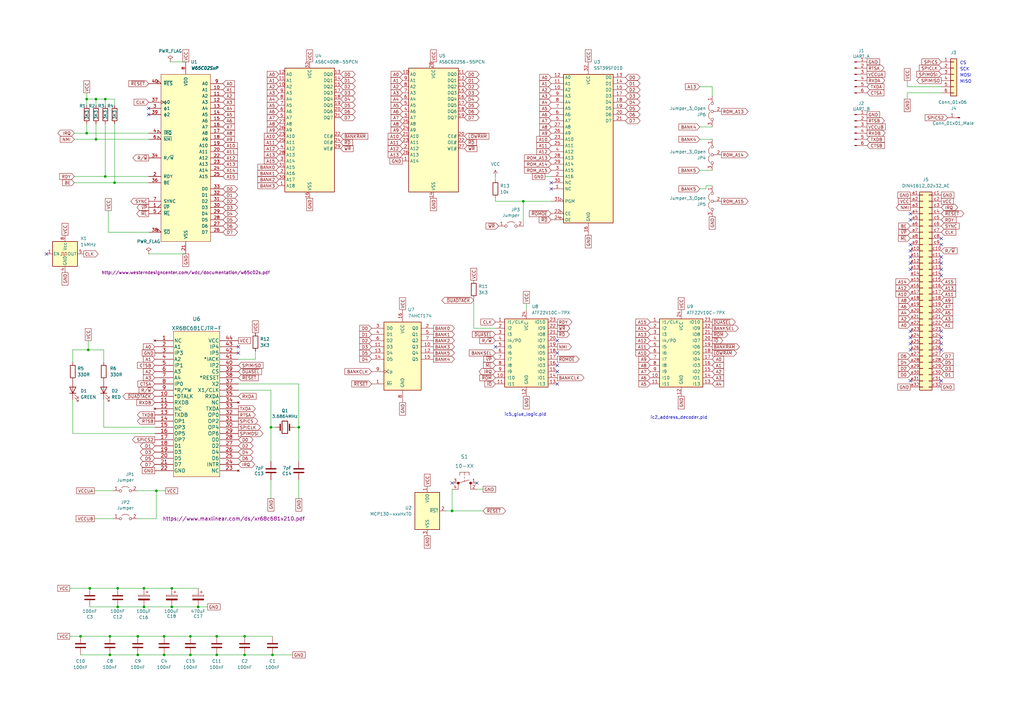
<source format=kicad_sch>
(kicad_sch (version 20231120) (generator "eeschema") (generator_version "8.0")
  (paper "A3")
  (title_block (title "rosco_6502") (date "2023-12-02") (rev "4") (company "The Really Old-School Company Limited") (comment 1 "Copyright (c)2022-2023 Ross Bamford & Contributors") (comment 2 "Open Source Hardware (CERN OHL)"))
  (lib_symbols
    (symbol "65xx:W65C02SxP" (pin_names (offset 1.016))
      (property "Reference" "U" (at -10.16 35.56 0))
      (property "Value" "W65C02SxP" (at 0 0 90))
      (symbol "W65C02SxP_1_1"
        (pin output output_low (at -15.24 -20.32 0) (length 5.08) (name "~{VP}") (number "1"))
        (pin tri_state line (at 15.24 27.94 180) (length 5.08) (name "A1") (number "10"))
        (pin tri_state line (at 15.24 25.4 180) (length 5.08) (name "A2") (number "11"))
        (pin tri_state line (at 15.24 22.86 180) (length 5.08) (name "A3") (number "12"))
        (pin tri_state line (at 15.24 20.32 180) (length 5.08) (name "A4") (number "13"))
        (pin tri_state line (at 15.24 17.78 180) (length 5.08) (name "A5") (number "14"))
        (pin tri_state line (at 15.24 15.24 180) (length 5.08) (name "A6") (number "15"))
        (pin tri_state line (at 15.24 12.7 180) (length 5.08) (name "A7") (number "16"))
        (pin tri_state line (at 15.24 10.16 180) (length 5.08) (name "A8") (number "17"))
        (pin tri_state line (at 15.24 7.62 180) (length 5.08) (name "A9") (number "18"))
        (pin tri_state line (at 15.24 5.08 180) (length 5.08) (name "A10") (number "19"))
        (pin open_collector line (at -15.24 -7.62 0) (length 5.08) (name "RDY") (number "2"))
        (pin tri_state line (at 15.24 2.54 180) (length 5.08) (name "A11") (number "20"))
        (pin power_in line (at 0 -39.37 90) (length 5.08) (name "VSS") (number "21"))
        (pin tri_state line (at 15.24 0 180) (length 5.08) (name "A12") (number "22"))
        (pin tri_state line (at 15.24 -2.54 180) (length 5.08) (name "A13") (number "23"))
        (pin tri_state line (at 15.24 -5.08 180) (length 5.08) (name "A14") (number "24"))
        (pin tri_state line (at 15.24 -7.62 180) (length 5.08) (name "A15") (number "25"))
        (pin bidirectional line (at 15.24 -30.48 180) (length 5.08) (name "D7") (number "26"))
        (pin bidirectional line (at 15.24 -27.94 180) (length 5.08) (name "D6") (number "27"))
        (pin bidirectional line (at 15.24 -25.4 180) (length 5.08) (name "D5") (number "28"))
        (pin bidirectional line (at 15.24 -22.86 180) (length 5.08) (name "D4") (number "29"))
        (pin output line (at -15.24 20.32 0) (length 5.08) (name "ϕ1") (number "3"))
        (pin bidirectional line (at 15.24 -20.32 180) (length 5.08) (name "D3") (number "30"))
        (pin bidirectional line (at 15.24 -17.78 180) (length 5.08) (name "D2") (number "31"))
        (pin bidirectional line (at 15.24 -15.24 180) (length 5.08) (name "D1") (number "32"))
        (pin bidirectional line (at 15.24 -12.7 180) (length 5.08) (name "D0") (number "33"))
        (pin tri_state line (at -15.24 0 0) (length 5.08) (name "R/~{W}") (number "34"))
        (pin no_connect non_logic (at -10.16 -27.94 0) (length 2.54) hide (name "nc") (number "35"))
        (pin input line (at -15.24 -10.16 0) (length 5.08) (name "BE") (number "36"))
        (pin input clock (at -15.24 22.86 0) (length 5.08) (name "ϕ0") (number "37"))
        (pin input input_low (at -15.24 -30.48 0) (length 5.08) (name "~{SO}") (number "38"))
        (pin output line (at -15.24 17.78 0) (length 5.08) (name "ϕ2") (number "39"))
        (pin input input_low (at -15.24 10.16 0) (length 5.08) (name "~{IRQ}") (number "4"))
        (pin input input_low (at -15.24 30.48 0) (length 5.08) (name "~{RES}") (number "40"))
        (pin output output_low (at -15.24 -22.86 0) (length 5.08) (name "~{ML}") (number "5"))
        (pin input input_low (at -15.24 7.62 0) (length 5.08) (name "~{NMI}") (number "6"))
        (pin output line (at -15.24 -17.78 0) (length 5.08) (name "SYNC") (number "7"))
        (pin power_in line (at 0 39.37 270) (length 5.08) (name "VDD") (number "8"))
        (pin tri_state line (at 15.24 30.48 180) (length 5.08) (name "A0") (number "9"))
      )
    )
    (symbol "74xx:74LS174" (pin_names (offset 1.016))
      (property "Reference" "U" (at -7.62 13.97 0))
      (property "Value" "74LS174" (at -7.62 -16.51 0))
      (symbol "74LS174_1_0"
        (pin input line (at -12.7 -12.7 0) (length 5.08) (name "~{Mr}") (number "1"))
        (pin output line (at 12.7 2.54 180) (length 5.08) (name "Q3") (number "10"))
        (pin input line (at -12.7 2.54 0) (length 5.08) (name "D3") (number "11"))
        (pin output line (at 12.7 0 180) (length 5.08) (name "Q4") (number "12"))
        (pin input line (at -12.7 0 0) (length 5.08) (name "D4") (number "13"))
        (pin input line (at -12.7 -2.54 0) (length 5.08) (name "D5") (number "14"))
        (pin output line (at 12.7 -2.54 180) (length 5.08) (name "Q5") (number "15"))
        (pin power_in line (at 0 17.78 270) (length 5.08) (name "VCC") (number "16"))
        (pin output line (at 12.7 10.16 180) (length 5.08) (name "Q0") (number "2"))
        (pin input line (at -12.7 10.16 0) (length 5.08) (name "D0") (number "3"))
        (pin input line (at -12.7 7.62 0) (length 5.08) (name "D1") (number "4"))
        (pin output line (at 12.7 7.62 180) (length 5.08) (name "Q1") (number "5"))
        (pin input line (at -12.7 5.08 0) (length 5.08) (name "D2") (number "6"))
        (pin output line (at 12.7 5.08 180) (length 5.08) (name "Q2") (number "7"))
        (pin power_in line (at 0 -20.32 90) (length 5.08) (name "GND") (number "8"))
        (pin input clock (at -12.7 -7.62 0) (length 5.08) (name "Cp") (number "9"))
      )
    )
    (symbol "Connector:Conn_01x01_Pin" (pin_names (offset 1.016) hide)
      (property "Reference" "J" (at 0 2.54 0))
      (property "Value" "Conn_01x01_Pin" (at 0 -2.54 0))
      (symbol "Conn_01x01_Pin_1_1"
        (pin passive line (at 5.08 0 180) (length 3.81) (name "Pin_1") (number "1"))
      )
    )
    (symbol "Connector:Conn_01x06_Pin" (pin_names (offset 1.016) hide)
      (property "Reference" "J" (at 0 7.62 0))
      (property "Value" "Conn_01x06_Pin" (at 0 -10.16 0))
      (symbol "Conn_01x06_Pin_1_1"
        (pin passive line (at 5.08 5.08 180) (length 3.81) (name "Pin_1") (number "1"))
        (pin passive line (at 5.08 2.54 180) (length 3.81) (name "Pin_2") (number "2"))
        (pin passive line (at 5.08 0 180) (length 3.81) (name "Pin_3") (number "3"))
        (pin passive line (at 5.08 -2.54 180) (length 3.81) (name "Pin_4") (number "4"))
        (pin passive line (at 5.08 -5.08 180) (length 3.81) (name "Pin_5") (number "5"))
        (pin passive line (at 5.08 -7.62 180) (length 3.81) (name "Pin_6") (number "6"))
      )
    )
    (symbol "Connector:DIN41612_02x32_AC" (pin_names (offset 1.016) hide)
      (property "Reference" "J" (at 1.27 40.64 0))
      (property "Value" "DIN41612_02x32_AC" (at 1.27 -43.18 0))
      (symbol "DIN41612_02x32_AC_1_1"
        (pin passive line (at -5.08 38.1 0) (length 3.81) (name "Pin_a1") (number "a1"))
        (pin passive line (at -5.08 15.24 0) (length 3.81) (name "Pin_a10") (number "a10"))
        (pin passive line (at -5.08 12.7 0) (length 3.81) (name "Pin_a11") (number "a11"))
        (pin passive line (at -5.08 10.16 0) (length 3.81) (name "Pin_a12") (number "a12"))
        (pin passive line (at -5.08 7.62 0) (length 3.81) (name "Pin_a13") (number "a13"))
        (pin passive line (at -5.08 5.08 0) (length 3.81) (name "Pin_a14") (number "a14"))
        (pin passive line (at -5.08 2.54 0) (length 3.81) (name "Pin_a15") (number "a15"))
        (pin passive line (at -5.08 0 0) (length 3.81) (name "Pin_a16") (number "a16"))
        (pin passive line (at -5.08 -2.54 0) (length 3.81) (name "Pin_a17") (number "a17"))
        (pin passive line (at -5.08 -5.08 0) (length 3.81) (name "Pin_a18") (number "a18"))
        (pin passive line (at -5.08 -7.62 0) (length 3.81) (name "Pin_a19") (number "a19"))
        (pin passive line (at -5.08 35.56 0) (length 3.81) (name "Pin_a2") (number "a2"))
        (pin passive line (at -5.08 -10.16 0) (length 3.81) (name "Pin_a20") (number "a20"))
        (pin passive line (at -5.08 -12.7 0) (length 3.81) (name "Pin_a21") (number "a21"))
        (pin passive line (at -5.08 -15.24 0) (length 3.81) (name "Pin_a22") (number "a22"))
        (pin passive line (at -5.08 -17.78 0) (length 3.81) (name "Pin_a23") (number "a23"))
        (pin passive line (at -5.08 -20.32 0) (length 3.81) (name "Pin_a24") (number "a24"))
        (pin passive line (at -5.08 -22.86 0) (length 3.81) (name "Pin_a25") (number "a25"))
        (pin passive line (at -5.08 -25.4 0) (length 3.81) (name "Pin_a26") (number "a26"))
        (pin passive line (at -5.08 -27.94 0) (length 3.81) (name "Pin_a27") (number "a27"))
        (pin passive line (at -5.08 -30.48 0) (length 3.81) (name "Pin_a28") (number "a28"))
        (pin passive line (at -5.08 -33.02 0) (length 3.81) (name "Pin_a29") (number "a29"))
        (pin passive line (at -5.08 33.02 0) (length 3.81) (name "Pin_a3") (number "a3"))
        (pin passive line (at -5.08 -35.56 0) (length 3.81) (name "Pin_a30") (number "a30"))
        (pin passive line (at -5.08 -38.1 0) (length 3.81) (name "Pin_a31") (number "a31"))
        (pin passive line (at -5.08 -40.64 0) (length 3.81) (name "Pin_a32") (number "a32"))
        (pin passive line (at -5.08 30.48 0) (length 3.81) (name "Pin_a4") (number "a4"))
        (pin passive line (at -5.08 27.94 0) (length 3.81) (name "Pin_a5") (number "a5"))
        (pin passive line (at -5.08 25.4 0) (length 3.81) (name "Pin_a6") (number "a6"))
        (pin passive line (at -5.08 22.86 0) (length 3.81) (name "Pin_a7") (number "a7"))
        (pin passive line (at -5.08 20.32 0) (length 3.81) (name "Pin_a8") (number "a8"))
        (pin passive line (at -5.08 17.78 0) (length 3.81) (name "Pin_a9") (number "a9"))
        (pin passive line (at 7.62 38.1 180) (length 3.81) (name "Pin_c1") (number "c1"))
        (pin passive line (at 7.62 15.24 180) (length 3.81) (name "Pin_c10") (number "c10"))
        (pin passive line (at 7.62 12.7 180) (length 3.81) (name "Pin_c11") (number "c11"))
        (pin passive line (at 7.62 10.16 180) (length 3.81) (name "Pin_c12") (number "c12"))
        (pin passive line (at 7.62 7.62 180) (length 3.81) (name "Pin_c13") (number "c13"))
        (pin passive line (at 7.62 5.08 180) (length 3.81) (name "Pin_c14") (number "c14"))
        (pin passive line (at 7.62 2.54 180) (length 3.81) (name "Pin_c15") (number "c15"))
        (pin passive line (at 7.62 0 180) (length 3.81) (name "Pin_c16") (number "c16"))
        (pin passive line (at 7.62 -2.54 180) (length 3.81) (name "Pin_c17") (number "c17"))
        (pin passive line (at 7.62 -5.08 180) (length 3.81) (name "Pin_c18") (number "c18"))
        (pin passive line (at 7.62 -7.62 180) (length 3.81) (name "Pin_c19") (number "c19"))
        (pin passive line (at 7.62 35.56 180) (length 3.81) (name "Pin_c2") (number "c2"))
        (pin passive line (at 7.62 -10.16 180) (length 3.81) (name "Pin_c20") (number "c20"))
        (pin passive line (at 7.62 -12.7 180) (length 3.81) (name "Pin_c21") (number "c21"))
        (pin passive line (at 7.62 -15.24 180) (length 3.81) (name "Pin_c22") (number "c22"))
        (pin passive line (at 7.62 -17.78 180) (length 3.81) (name "Pin_c23") (number "c23"))
        (pin passive line (at 7.62 -20.32 180) (length 3.81) (name "Pin_c24") (number "c24"))
        (pin passive line (at 7.62 -22.86 180) (length 3.81) (name "Pin_c25") (number "c25"))
        (pin passive line (at 7.62 -25.4 180) (length 3.81) (name "Pin_c26") (number "c26"))
        (pin passive line (at 7.62 -27.94 180) (length 3.81) (name "Pin_c27") (number "c27"))
        (pin passive line (at 7.62 -30.48 180) (length 3.81) (name "Pin_c28") (number "c28"))
        (pin passive line (at 7.62 -33.02 180) (length 3.81) (name "Pin_c29") (number "c29"))
        (pin passive line (at 7.62 33.02 180) (length 3.81) (name "Pin_c3") (number "c3"))
        (pin passive line (at 7.62 -35.56 180) (length 3.81) (name "Pin_c30") (number "c30"))
        (pin passive line (at 7.62 -38.1 180) (length 3.81) (name "Pin_c31") (number "c31"))
        (pin passive line (at 7.62 -40.64 180) (length 3.81) (name "Pin_c32") (number "c32"))
        (pin passive line (at 7.62 30.48 180) (length 3.81) (name "Pin_c4") (number "c4"))
        (pin passive line (at 7.62 27.94 180) (length 3.81) (name "Pin_c5") (number "c5"))
        (pin passive line (at 7.62 25.4 180) (length 3.81) (name "Pin_c6") (number "c6"))
        (pin passive line (at 7.62 22.86 180) (length 3.81) (name "Pin_c7") (number "c7"))
        (pin passive line (at 7.62 20.32 180) (length 3.81) (name "Pin_c8") (number "c8"))
        (pin passive line (at 7.62 17.78 180) (length 3.81) (name "Pin_c9") (number "c9"))
      )
    )
    (symbol "Connector_Generic:Conn_01x06" (pin_names (offset 1.016) hide)
      (property "Reference" "J" (at 0 7.62 0))
      (property "Value" "Conn_01x06" (at 0 -10.16 0))
      (symbol "Conn_01x06_1_1"
        (pin passive line (at -5.08 5.08 0) (length 3.81) (name "Pin_1") (number "1"))
        (pin passive line (at -5.08 2.54 0) (length 3.81) (name "Pin_2") (number "2"))
        (pin passive line (at -5.08 0 0) (length 3.81) (name "Pin_3") (number "3"))
        (pin passive line (at -5.08 -2.54 0) (length 3.81) (name "Pin_4") (number "4"))
        (pin passive line (at -5.08 -5.08 0) (length 3.81) (name "Pin_5") (number "5"))
        (pin passive line (at -5.08 -7.62 0) (length 3.81) (name "Pin_6") (number "6"))
      )
    )
    (symbol "Device:C" (pin_numbers hide) (pin_names (offset 0.254))
      (property "Reference" "C" (at 0.635 2.54 0))
      (property "Value" "C" (at 0.635 -2.54 0))
      (symbol "C_1_1"
        (pin passive line (at 0 3.81 270) (length 2.794) (name "~") (number "1"))
        (pin passive line (at 0 -3.81 90) (length 2.794) (name "~") (number "2"))
      )
    )
    (symbol "Device:C_Polarized" (pin_numbers hide) (pin_names (offset 0.254))
      (property "Reference" "C" (at 0.635 2.54 0))
      (property "Value" "C_Polarized" (at 0.635 -2.54 0))
      (symbol "C_Polarized_1_1"
        (pin passive line (at 0 3.81 270) (length 2.794) (name "~") (number "1"))
        (pin passive line (at 0 -3.81 90) (length 2.794) (name "~") (number "2"))
      )
    )
    (symbol "Device:Crystal" (pin_numbers hide) (pin_names (offset 1.016) hide)
      (property "Reference" "Y" (at 0 3.81 0))
      (property "Value" "Crystal" (at 0 -3.81 0))
      (symbol "Crystal_1_1"
        (pin passive line (at -3.81 0 0) (length 1.27) (name "1") (number "1"))
        (pin passive line (at 3.81 0 180) (length 1.27) (name "2") (number "2"))
      )
    )
    (symbol "Device:LED" (pin_numbers hide) (pin_names (offset 1.016) hide)
      (property "Reference" "D" (at 0 2.54 0))
      (property "Value" "LED" (at 0 -2.54 0))
      (symbol "LED_1_1"
        (pin passive line (at -3.81 0 0) (length 2.54) (name "K") (number "1"))
        (pin passive line (at 3.81 0 180) (length 2.54) (name "A") (number "2"))
      )
    )
    (symbol "Device:R" (pin_numbers hide) (pin_names (offset 0))
      (property "Reference" "R" (at 2.032 0 90))
      (property "Value" "R" (at 0 0 90))
      (symbol "R_1_1"
        (pin passive line (at 0 3.81 270) (length 1.27) (name "~") (number "1"))
        (pin passive line (at 0 -3.81 90) (length 1.27) (name "~") (number "2"))
      )
    )
    (symbol "Jumper:Jumper_2_Open" (pin_names (offset 0) hide)
      (property "Reference" "JP" (at 0 2.794 0))
      (property "Value" "Jumper_2_Open" (at 0 -2.286 0))
      (symbol "Jumper_2_Open_1_1"
        (pin passive line (at -5.08 0 0) (length 2.54) (name "A") (number "1"))
        (pin passive line (at 5.08 0 180) (length 2.54) (name "B") (number "2"))
      )
    )
    (symbol "Jumper:Jumper_3_Open" (pin_names (offset 0) hide)
      (property "Reference" "JP" (at -2.54 -2.54 0))
      (property "Value" "Jumper_3_Open" (at 0 2.794 0))
      (symbol "Jumper_3_Open_1_1"
        (pin passive line (at -6.35 0 0) (length 2.54) (name "A") (number "1"))
        (pin passive line (at 0 -3.81 90) (length 2.54) (name "C") (number "2"))
        (pin passive line (at 6.35 0 180) (length 2.54) (name "B") (number "3"))
      )
    )
    (symbol "Memory_Flash:SST39SF010"
      (property "Reference" "U" (at 2.54 33.02 0))
      (property "Value" "SST39SF010" (at 0 -30.48 0))
      (symbol "SST39SF010_0_0"
        (pin power_in line (at 0 -34.29 90) (length 5.08) (name "GND") (number "16"))
        (pin power_in line (at 0 36.83 270) (length 5.08) (name "VCC") (number "32"))
      )
      (symbol "SST39SF010_1_1"
        (pin input line (at -15.24 -15.24 0) (length 5.08) (name "NC") (number "1"))
        (pin input line (at -15.24 25.4 0) (length 5.08) (name "A2") (number "10"))
        (pin input line (at -15.24 27.94 0) (length 5.08) (name "A1") (number "11"))
        (pin input line (at -15.24 30.48 0) (length 5.08) (name "A0") (number "12"))
        (pin tri_state line (at 15.24 30.48 180) (length 5.08) (name "D0") (number "13"))
        (pin tri_state line (at 15.24 27.94 180) (length 5.08) (name "D1") (number "14"))
        (pin tri_state line (at 15.24 25.4 180) (length 5.08) (name "D2") (number "15"))
        (pin tri_state line (at 15.24 22.86 180) (length 5.08) (name "D3") (number "17"))
        (pin tri_state line (at 15.24 20.32 180) (length 5.08) (name "D4") (number "18"))
        (pin tri_state line (at 15.24 17.78 180) (length 5.08) (name "D5") (number "19"))
        (pin input line (at -15.24 -10.16 0) (length 5.08) (name "A16") (number "2"))
        (pin tri_state line (at 15.24 15.24 180) (length 5.08) (name "D6") (number "20"))
        (pin tri_state line (at 15.24 12.7 180) (length 5.08) (name "D7") (number "21"))
        (pin input input_low (at -15.24 -25.4 0) (length 5.08) (name "CE") (number "22"))
        (pin input line (at -15.24 5.08 0) (length 5.08) (name "A10") (number "23"))
        (pin input input_low (at -15.24 -27.94 0) (length 5.08) (name "OE") (number "24"))
        (pin input line (at -15.24 2.54 0) (length 5.08) (name "A11") (number "25"))
        (pin input line (at -15.24 7.62 0) (length 5.08) (name "A9") (number "26"))
        (pin input line (at -15.24 10.16 0) (length 5.08) (name "A8") (number "27"))
        (pin input line (at -15.24 -2.54 0) (length 5.08) (name "A13") (number "28"))
        (pin input line (at -15.24 -5.08 0) (length 5.08) (name "A14") (number "29"))
        (pin input line (at -15.24 -7.62 0) (length 5.08) (name "A15") (number "3"))
        (pin input line (at -15.24 -12.7 0) (length 5.08) (name "NC") (number "30"))
        (pin input input_low (at -15.24 -20.32 0) (length 5.08) (name "PGM") (number "31"))
        (pin input line (at -15.24 0 0) (length 5.08) (name "A12") (number "4"))
        (pin input line (at -15.24 12.7 0) (length 5.08) (name "A7") (number "5"))
        (pin input line (at -15.24 15.24 0) (length 5.08) (name "A6") (number "6"))
        (pin input line (at -15.24 17.78 0) (length 5.08) (name "A5") (number "7"))
        (pin input line (at -15.24 20.32 0) (length 5.08) (name "A4") (number "8"))
        (pin input line (at -15.24 22.86 0) (length 5.08) (name "A3") (number "9"))
      )
    )
    (symbol "Memory_RAM:AS6C4008-55PCN"
      (property "Reference" "U" (at -10.16 26.035 0))
      (property "Value" "AS6C4008-55PCN" (at 2.54 26.035 0))
      (symbol "AS6C4008-55PCN_0_0"
        (pin power_in line (at 0 -27.94 90) (length 2.54) (name "VSS") (number "16"))
        (pin power_in line (at 0 27.94 270) (length 2.54) (name "VCC") (number "32"))
      )
      (symbol "AS6C4008-55PCN_1_1"
        (pin input line (at -12.7 -22.86 0) (length 2.54) (name "A18") (number "1"))
        (pin input line (at -12.7 17.78 0) (length 2.54) (name "A2") (number "10"))
        (pin input line (at -12.7 20.32 0) (length 2.54) (name "A1") (number "11"))
        (pin input line (at -12.7 22.86 0) (length 2.54) (name "A0") (number "12"))
        (pin tri_state line (at 12.7 22.86 180) (length 2.54) (name "DQ0") (number "13"))
        (pin tri_state line (at 12.7 20.32 180) (length 2.54) (name "DQ1") (number "14"))
        (pin tri_state line (at 12.7 17.78 180) (length 2.54) (name "DQ2") (number "15"))
        (pin tri_state line (at 12.7 15.24 180) (length 2.54) (name "DQ3") (number "17"))
        (pin tri_state line (at 12.7 12.7 180) (length 2.54) (name "DQ4") (number "18"))
        (pin tri_state line (at 12.7 10.16 180) (length 2.54) (name "DQ5") (number "19"))
        (pin input line (at -12.7 -17.78 0) (length 2.54) (name "A16") (number "2"))
        (pin tri_state line (at 12.7 7.62 180) (length 2.54) (name "DQ6") (number "20"))
        (pin tri_state line (at 12.7 5.08 180) (length 2.54) (name "DQ7") (number "21"))
        (pin input line (at 12.7 -2.54 180) (length 2.54) (name "CE#") (number "22"))
        (pin input line (at -12.7 -2.54 0) (length 2.54) (name "A10") (number "23"))
        (pin input line (at 12.7 -5.08 180) (length 2.54) (name "OE#") (number "24"))
        (pin input line (at -12.7 -5.08 0) (length 2.54) (name "A11") (number "25"))
        (pin input line (at -12.7 0 0) (length 2.54) (name "A9") (number "26"))
        (pin input line (at -12.7 2.54 0) (length 2.54) (name "A8") (number "27"))
        (pin input line (at -12.7 -10.16 0) (length 2.54) (name "A13") (number "28"))
        (pin input line (at 12.7 -7.62 180) (length 2.54) (name "WE#") (number "29"))
        (pin input line (at -12.7 -12.7 0) (length 2.54) (name "A14") (number "3"))
        (pin input line (at -12.7 -20.32 0) (length 2.54) (name "A17") (number "30"))
        (pin input line (at -12.7 -15.24 0) (length 2.54) (name "A15") (number "31"))
        (pin input line (at -12.7 -7.62 0) (length 2.54) (name "A12") (number "4"))
        (pin input line (at -12.7 5.08 0) (length 2.54) (name "A7") (number "5"))
        (pin input line (at -12.7 7.62 0) (length 2.54) (name "A6") (number "6"))
        (pin input line (at -12.7 10.16 0) (length 2.54) (name "A5") (number "7"))
        (pin input line (at -12.7 12.7 0) (length 2.54) (name "A4") (number "8"))
        (pin input line (at -12.7 15.24 0) (length 2.54) (name "A3") (number "9"))
      )
    )
    (symbol "Oscillator:CXO_DIP8" (pin_names (offset 0.254))
      (property "Reference" "X" (at -5.08 6.35 0))
      (property "Value" "CXO_DIP8" (at 1.27 -6.35 0))
      (symbol "CXO_DIP8_1_1"
        (pin input line (at -7.62 0 0) (length 2.54) (name "EN") (number "1"))
        (pin power_in line (at 0 -7.62 90) (length 2.54) (name "GND") (number "4"))
        (pin output line (at 7.62 0 180) (length 2.54) (name "OUT") (number "5"))
        (pin power_in line (at 0 7.62 270) (length 2.54) (name "Vcc") (number "8"))
      )
    )
    (symbol "Power_Supervisor:MCP130-xxxHxTO"
      (property "Reference" "U" (at -5.08 8.89 0))
      (property "Value" "MCP130-xxxHxTO" (at 8.89 8.89 0))
      (symbol "MCP130-xxxHxTO_1_1"
        (pin power_in line (at 0 10.16 270) (length 2.54) (name "VDD") (number "1"))
        (pin open_collector line (at 7.62 0 180) (length 2.54) (name "~{RST}") (number "2"))
        (pin power_in line (at 0 -10.16 90) (length 2.54) (name "VSS") (number "3"))
      )
    )
    (symbol "power:PWR_FLAG" (power) (pin_numbers hide) (pin_names (offset 0) hide)
      (property "Value" "PWR_FLAG" (at 0 3.81 0))
      (symbol "PWR_FLAG_0_0"
        (pin power_out line (at 0 0 90) (length 0) (name "pwr") (number "1"))
      )
    )
    (symbol "power:VCC" (power) (pin_names (offset 0))
      (property "Value" "VCC" (at 0 3.81 0))
      (symbol "VCC_1_1"
        (pin power_in line (at 0 0 90) (length 0) hide (name "VCC") (number "1"))
      )
    )
    (symbol "rosco_6502:10-XX" (pin_names (offset 1.016))
      (property "Reference" "S" (at -6.35 -2.54 90))
      (property "Value" "10-XX" (at -3.81 3.175 90))
      (symbol "10-XX_1_0"
        (pin passive line (at 0 5.08 270) (length 2.54) (name "S") (number "1"))
        (pin passive line (at 2.54 5.08 270) (length 2.54) (name "S1") (number "2"))
        (pin passive line (at 0 -5.08 90) (length 2.54) (name "P") (number "3"))
        (pin passive line (at 2.54 -5.08 90) (length 2.54) (name "P1") (number "4"))
      )
    )
    (symbol "rosco_6502:AS6C62256-55PCN"
      (property "Reference" "U" (at -10.16 26.035 0))
      (property "Value" "AS6C62256-55PCN" (at 2.54 26.035 0))
      (symbol "AS6C62256-55PCN_0_0"
        (pin power_in line (at 0 -27.94 90) (length 2.54) (name "VSS") (number "14"))
        (pin power_in line (at 0 27.94 270) (length 2.54) (name "VCC") (number "28"))
      )
      (symbol "AS6C62256-55PCN_1_1"
        (pin input line (at -12.7 -12.7 0) (length 2.54) (name "A14") (number "1"))
        (pin input line (at -12.7 22.86 0) (length 2.54) (name "A0") (number "10"))
        (pin tri_state line (at 12.7 22.86 180) (length 2.54) (name "DQ0") (number "11"))
        (pin tri_state line (at 12.7 20.32 180) (length 2.54) (name "DQ1") (number "12"))
        (pin tri_state line (at 12.7 17.78 180) (length 2.54) (name "DQ2") (number "13"))
        (pin tri_state line (at 12.7 15.24 180) (length 2.54) (name "DQ3") (number "15"))
        (pin tri_state line (at 12.7 12.7 180) (length 2.54) (name "DQ4") (number "16"))
        (pin tri_state line (at 12.7 10.16 180) (length 2.54) (name "DQ5") (number "17"))
        (pin tri_state line (at 12.7 7.62 180) (length 2.54) (name "DQ6") (number "18"))
        (pin tri_state line (at 12.7 5.08 180) (length 2.54) (name "DQ7") (number "19"))
        (pin input line (at -12.7 -7.62 0) (length 2.54) (name "A12") (number "2"))
        (pin input line (at 12.7 -2.54 180) (length 2.54) (name "CE#") (number "20"))
        (pin input line (at -12.7 -2.54 0) (length 2.54) (name "A10") (number "21"))
        (pin input line (at 12.7 -5.08 180) (length 2.54) (name "OE#") (number "22"))
        (pin input line (at -12.7 -5.08 0) (length 2.54) (name "A11") (number "23"))
        (pin input line (at -12.7 0 0) (length 2.54) (name "A9") (number "24"))
        (pin input line (at -12.7 2.54 0) (length 2.54) (name "A8") (number "25"))
        (pin input line (at -12.7 -10.16 0) (length 2.54) (name "A13") (number "26"))
        (pin input line (at 12.7 -7.62 180) (length 2.54) (name "WE#") (number "27"))
        (pin input line (at -12.7 5.08 0) (length 2.54) (name "A7") (number "3"))
        (pin input line (at -12.7 7.62 0) (length 2.54) (name "A6") (number "4"))
        (pin input line (at -12.7 10.16 0) (length 2.54) (name "A5") (number "5"))
        (pin input line (at -12.7 12.7 0) (length 2.54) (name "A4") (number "6"))
        (pin input line (at -12.7 15.24 0) (length 2.54) (name "A3") (number "7"))
        (pin input line (at -12.7 17.78 0) (length 2.54) (name "A2") (number "8"))
        (pin input line (at -12.7 20.32 0) (length 2.54) (name "A1") (number "9"))
      )
    )
    (symbol "rosco_6502:GAL22V10" (pin_names (offset 1.016))
      (property "Reference" "IC" (at -8.89 16.51 0))
      (property "Value" "GAL22V10" (at 1.27 16.51 0))
      (symbol "GAL22V10_0_0"
        (pin power_in line (at 0 -17.78 90) (length 3.81) (name "GND") (number "12"))
        (pin power_in line (at 0 17.78 270) (length 3.81) (name "VCC") (number "24"))
      )
      (symbol "GAL22V10_1_1"
        (pin input line (at -12.7 12.7 0) (length 3.81) (name "I1/CLK") (number "1"))
        (pin input line (at -12.7 -10.16 0) (length 3.81) (name "I10") (number "10"))
        (pin input line (at -12.7 -12.7 0) (length 3.81) (name "I11") (number "11"))
        (pin input line (at 12.7 -12.7 180) (length 3.81) (name "I13") (number "13"))
        (pin bidirectional line (at 12.7 -10.16 180) (length 3.81) (name "IO1") (number "14"))
        (pin bidirectional line (at 12.7 -7.62 180) (length 3.81) (name "IO2") (number "15"))
        (pin bidirectional line (at 12.7 -5.08 180) (length 3.81) (name "IO3") (number "16"))
        (pin bidirectional line (at 12.7 -2.54 180) (length 3.81) (name "I04") (number "17"))
        (pin bidirectional line (at 12.7 0 180) (length 3.81) (name "IO5") (number "18"))
        (pin bidirectional line (at 12.7 2.54 180) (length 3.81) (name "IO6") (number "19"))
        (pin input line (at -12.7 10.16 0) (length 3.81) (name "I2") (number "2"))
        (pin bidirectional line (at 12.7 5.08 180) (length 3.81) (name "IO7") (number "20"))
        (pin bidirectional line (at 12.7 7.62 180) (length 3.81) (name "IO8") (number "21"))
        (pin bidirectional line (at 12.7 10.16 180) (length 3.81) (name "IO9") (number "22"))
        (pin bidirectional line (at 12.7 12.7 180) (length 3.81) (name "IO10") (number "23"))
        (pin input line (at -12.7 7.62 0) (length 3.81) (name "I3") (number "3"))
        (pin input line (at -12.7 5.08 0) (length 3.81) (name "I4/PD") (number "4"))
        (pin input line (at -12.7 2.54 0) (length 3.81) (name "I5") (number "5"))
        (pin input line (at -12.7 0 0) (length 3.81) (name "I6") (number "6"))
        (pin input line (at -12.7 -2.54 0) (length 3.81) (name "I7") (number "7"))
        (pin input line (at -12.7 -5.08 0) (length 3.81) (name "I8") (number "8"))
        (pin input line (at -12.7 -7.62 0) (length 3.81) (name "I9") (number "9"))
      )
    )
    (symbol "rosco_6502:XR68C681CJTR-F-XR68C681" (pin_names (offset 0.254))
      (property "Reference" "U" (at 17.78 10.16 0))
      (property "Value" "XR68C681CJTR-F-XR68C681" (at 17.78 7.62 0))
      (symbol "XR68C681CJTR-F-XR68C681_1_1"
        (pin no_connect line (at 0 0 0) (length 7.62) (name "NC") (number "1"))
        (pin output line (at 0 -22.86 0) (length 7.62) (name "*DTALK") (number "10"))
        (pin input line (at 0 -25.4 0) (length 7.62) (name "RXDB") (number "11"))
        (pin no_connect line (at 0 -27.94 0) (length 7.62) (name "NC") (number "12"))
        (pin output line (at 0 -30.48 0) (length 7.62) (name "TXDB") (number "13"))
        (pin output line (at 0 -33.02 0) (length 7.62) (name "OP1") (number "14"))
        (pin output line (at 0 -35.56 0) (length 7.62) (name "OP3") (number "15"))
        (pin output line (at 0 -38.1 0) (length 7.62) (name "OP5") (number "16"))
        (pin output line (at 0 -40.64 0) (length 7.62) (name "OP7") (number "17"))
        (pin bidirectional line (at 0 -43.18 0) (length 7.62) (name "D1") (number "18"))
        (pin bidirectional line (at 0 -45.72 0) (length 7.62) (name "D3") (number "19"))
        (pin input line (at 0 -2.54 0) (length 7.62) (name "A1") (number "2"))
        (pin bidirectional line (at 0 -48.26 0) (length 7.62) (name "D5") (number "20"))
        (pin bidirectional line (at 0 -50.8 0) (length 7.62) (name "D7") (number "21"))
        (pin power_in line (at 0 -53.34 0) (length 7.62) (name "GND") (number "22"))
        (pin no_connect line (at 34.29 -53.34 180) (length 7.62) (name "NC") (number "23"))
        (pin output line (at 34.29 -50.8 180) (length 7.62) (name "INTR") (number "24"))
        (pin bidirectional line (at 34.29 -48.26 180) (length 7.62) (name "D6") (number "25"))
        (pin bidirectional line (at 34.29 -45.72 180) (length 7.62) (name "D4") (number "26"))
        (pin bidirectional line (at 34.29 -43.18 180) (length 7.62) (name "D2") (number "27"))
        (pin bidirectional line (at 34.29 -40.64 180) (length 7.62) (name "D0") (number "28"))
        (pin output line (at 34.29 -38.1 180) (length 7.62) (name "OP6") (number "29"))
        (pin input line (at 0 -5.08 0) (length 7.62) (name "IP3") (number "3"))
        (pin output line (at 34.29 -35.56 180) (length 7.62) (name "OP4") (number "30"))
        (pin output line (at 34.29 -33.02 180) (length 7.62) (name "OP2") (number "31"))
        (pin output line (at 34.29 -30.48 180) (length 7.62) (name "OP0") (number "32"))
        (pin output line (at 34.29 -27.94 180) (length 7.62) (name "TXDA") (number "33"))
        (pin no_connect line (at 34.29 -25.4 180) (length 7.62) (name "NC") (number "34"))
        (pin input line (at 34.29 -22.86 180) (length 7.62) (name "RXDA") (number "35"))
        (pin bidirectional line (at 34.29 -20.32 180) (length 7.62) (name "X1/CLK") (number "36"))
        (pin input line (at 34.29 -17.78 180) (length 7.62) (name "X2") (number "37"))
        (pin input line (at 34.29 -15.24 180) (length 7.62) (name "*RESET") (number "38"))
        (pin input line (at 34.29 -12.7 180) (length 7.62) (name "CS") (number "39"))
        (pin input line (at 0 -7.62 0) (length 7.62) (name "A2") (number "4"))
        (pin input line (at 34.29 -10.16 180) (length 7.62) (name "IP2") (number "40"))
        (pin input line (at 34.29 -7.62 180) (length 7.62) (name "*IACK") (number "41"))
        (pin input line (at 34.29 -5.08 180) (length 7.62) (name "IP5") (number "42"))
        (pin input line (at 34.29 -2.54 180) (length 7.62) (name "IP4") (number "43"))
        (pin power_in line (at 34.29 0 180) (length 7.62) (name "VCC") (number "44"))
        (pin input line (at 0 -10.16 0) (length 7.62) (name "IP1") (number "5"))
        (pin input line (at 0 -12.7 0) (length 7.62) (name "A3") (number "6"))
        (pin input line (at 0 -15.24 0) (length 7.62) (name "A4") (number "7"))
        (pin input line (at 0 -17.78 0) (length 7.62) (name "IP0") (number "8"))
        (pin input line (at 0 -20.32 0) (length 7.62) (name "*R/*W") (number "9"))
      )
    )
  )
  (junction (at 39.37 57.15))
  (junction (at 39.37 40.64))
  (junction (at 45.085 268.605))
  (junction (at 45.085 260.985))
  (junction (at 111.125 175.26))
  (junction (at 56.515 268.605))
  (junction (at 78.105 268.605))
  (junction (at 59.055 248.92))
  (junction (at 36.83 241.3))
  (junction (at 122.555 175.26))
  (junction (at 67.31 268.605))
  (junction (at 59.055 241.3))
  (junction (at 46.99 74.93))
  (junction (at 214.63 82.55))
  (junction (at 100.33 260.985))
  (junction (at 56.515 260.985))
  (junction (at 35.56 40.64))
  (junction (at 48.26 241.3))
  (junction (at 185.42 209.55))
  (junction (at 100.33 268.605))
  (junction (at 43.18 72.39))
  (junction (at 36.195 143.51))
  (junction (at 70.485 248.92))
  (junction (at 64.135 201.295))
  (junction (at 67.31 260.985))
  (junction (at 111.76 268.605))
  (junction (at 81.28 248.92))
  (junction (at 35.56 54.61))
  (junction (at 48.26 248.92))
  (junction (at 33.02 260.985))
  (junction (at 78.105 260.985))
  (junction (at 70.485 241.3))
  (junction (at 88.9 268.605))
  (junction (at 43.18 40.64))
  (junction (at 88.9 260.985))
  (no_connect (at 373.38 102.87))
  (no_connect (at 386.08 105.41))
  (no_connect (at 386.08 138.43))
  (no_connect (at 226.06 77.47))
  (no_connect (at 373.38 87.63))
  (no_connect (at 386.08 135.89))
  (no_connect (at 97.79 144.78))
  (no_connect (at 97.79 142.24))
  (no_connect (at 195.58 198.12))
  (no_connect (at 386.08 140.97))
  (no_connect (at 373.38 156.21))
  (no_connect (at 373.38 140.97))
  (no_connect (at 373.38 138.43))
  (no_connect (at 228.6 152.4))
  (no_connect (at 228.6 157.48))
  (no_connect (at 228.6 149.86))
  (no_connect (at 228.6 144.78))
  (no_connect (at 386.08 156.21))
  (no_connect (at 373.38 135.89))
  (no_connect (at 203.2 142.24))
  (no_connect (at 386.08 110.49))
  (no_connect (at 386.08 107.95))
  (no_connect (at 373.38 90.17))
  (no_connect (at 373.38 100.33))
  (no_connect (at 386.08 100.33))
  (no_connect (at 386.08 143.51))
  (no_connect (at 373.38 143.51))
  (no_connect (at 373.38 107.95))
  (no_connect (at 373.38 105.41))
  (no_connect (at 386.08 113.03))
  (no_connect (at 228.6 139.7))
  (no_connect (at 226.06 74.93))
  (no_connect (at 185.42 198.12))
  (no_connect (at 60.96 44.45))
  (no_connect (at 60.96 46.99))
  (no_connect (at 19.05 104.14))
  (no_connect (at 386.08 97.79))
  (no_connect (at 373.38 110.49))
  (wire (pts (xy 104.775 144.145) (xy 104.775 147.32)))
  (wire (pts (xy 56.515 212.725) (xy 64.135 212.725)))
  (wire (pts (xy 28.575 241.3) (xy 36.83 241.3)))
  (wire (pts (xy 38.735 212.725) (xy 46.355 212.725)))
  (wire (pts (xy 372.11 35.56) (xy 372.11 33.02)))
  (wire (pts (xy 122.555 175.26) (xy 122.555 189.23)))
  (wire (pts (xy 122.555 196.85) (xy 122.555 204.47)))
  (wire (pts (xy 100.33 268.605) (xy 88.9 268.605)))
  (wire (pts (xy 69.85 25.4) (xy 76.2 25.4)))
  (wire (pts (xy 60.96 104.14) (xy 76.2 104.14)))
  (wire (pts (xy 46.99 40.64) (xy 43.18 40.64)))
  (wire (pts (xy 67.31 268.605) (xy 56.515 268.605)))
  (wire (pts (xy 111.76 260.985) (xy 100.33 260.985)))
  (wire (pts (xy 111.76 268.605) (xy 120.015 268.605)))
  (wire (pts (xy 111.125 196.85) (xy 111.125 204.47)))
  (wire (pts (xy 56.515 268.605) (xy 45.085 268.605)))
  (wire (pts (xy 38.735 201.295) (xy 46.355 201.295)))
  (wire (pts (xy 215.9 124.46) (xy 215.9 127)))
  (wire (pts (xy 35.56 38.1) (xy 35.56 40.64)))
  (wire (pts (xy 30.48 54.61) (xy 35.56 54.61)))
  (wire (pts (xy 43.18 50.8) (xy 43.18 72.39)))
  (wire (pts (xy 59.055 241.3) (xy 70.485 241.3)))
  (wire (pts (xy 30.48 57.15) (xy 39.37 57.15)))
  (wire (pts (xy 29.845 143.51) (xy 36.195 143.51)))
  (wire (pts (xy 45.085 260.985) (xy 33.02 260.985)))
  (wire (pts (xy 289.56 77.47) (xy 289.56 76.2)))
  (wire (pts (xy 111.125 160.02) (xy 111.125 175.26)))
  (wire (pts (xy 287.02 52.07) (xy 292.1 52.07)))
  (wire (pts (xy 214.63 82.55) (xy 214.63 92.71)))
  (wire (pts (xy 30.48 72.39) (xy 43.18 72.39)))
  (wire (pts (xy 28.575 260.985) (xy 33.02 260.985)))
  (wire (pts (xy 88.9 268.605) (xy 78.105 268.605)))
  (wire (pts (xy 46.99 43.18) (xy 46.99 40.64)))
  (wire (pts (xy 39.37 40.64) (xy 35.56 40.64)))
  (wire (pts (xy 287.02 77.47) (xy 289.56 77.47)))
  (wire (pts (xy 78.105 260.985) (xy 67.31 260.985)))
  (wire (pts (xy 46.99 50.8) (xy 46.99 74.93)))
  (wire (pts (xy 194.31 122.555) (xy 194.31 134.62)))
  (wire (pts (xy 63.5 177.8) (xy 29.845 177.8)))
  (wire (pts (xy 100.33 260.985) (xy 88.9 260.985)))
  (wire (pts (xy 185.42 209.55) (xy 198.12 209.55)))
  (wire (pts (xy 44.45 86.36) (xy 44.45 95.25)))
  (wire (pts (xy 64.135 201.295) (xy 67.945 201.295)))
  (wire (pts (xy 111.76 268.605) (xy 100.33 268.605)))
  (wire (pts (xy 292.1 35.56) (xy 292.1 39.37)))
  (wire (pts (xy 42.545 143.51) (xy 42.545 148.59)))
  (wire (pts (xy 287.02 69.85) (xy 292.1 69.85)))
  (wire (pts (xy 203.2 134.62) (xy 194.31 134.62)))
  (wire (pts (xy 289.56 76.2) (xy 292.1 76.2)))
  (wire (pts (xy 287.02 57.15) (xy 292.1 57.15)))
  (wire (pts (xy 185.42 200.66) (xy 185.42 209.55)))
  (wire (pts (xy 46.99 74.93) (xy 60.96 74.93)))
  (wire (pts (xy 223.52 72.39) (xy 226.06 72.39)))
  (wire (pts (xy 67.31 260.985) (xy 56.515 260.985)))
  (wire (pts (xy 97.79 157.48) (xy 122.555 157.48)))
  (wire (pts (xy 56.515 260.985) (xy 45.085 260.985)))
  (wire (pts (xy 64.135 212.725) (xy 64.135 201.295)))
  (wire (pts (xy 111.125 175.26) (xy 113.03 175.26)))
  (wire (pts (xy 122.555 157.48) (xy 122.555 175.26)))
  (wire (pts (xy 386.08 38.1) (xy 372.11 38.1)))
  (wire (pts (xy 29.845 163.83) (xy 29.845 177.8)))
  (wire (pts (xy 203.2 81.28) (xy 203.2 82.55)))
  (wire (pts (xy 42.545 163.83) (xy 42.545 175.26)))
  (wire (pts (xy 42.545 143.51) (xy 36.195 143.51)))
  (wire (pts (xy 60.96 95.25) (xy 44.45 95.25)))
  (wire (pts (xy 287.02 35.56) (xy 292.1 35.56)))
  (wire (pts (xy 36.83 241.3) (xy 48.26 241.3)))
  (wire (pts (xy 81.28 248.92) (xy 85.09 248.92)))
  (wire (pts (xy 120.65 175.26) (xy 122.555 175.26)))
  (wire (pts (xy 203.2 73.66) (xy 203.2 72.39)))
  (wire (pts (xy 48.26 248.92) (xy 59.055 248.92)))
  (wire (pts (xy 42.545 175.26) (xy 63.5 175.26)))
  (wire (pts (xy 182.88 209.55) (xy 185.42 209.55)))
  (wire (pts (xy 35.56 40.64) (xy 35.56 43.18)))
  (wire (pts (xy 70.485 248.92) (xy 81.28 248.92)))
  (wire (pts (xy 88.9 260.985) (xy 78.105 260.985)))
  (wire (pts (xy 214.63 82.55) (xy 226.06 82.55)))
  (wire (pts (xy 39.37 40.64) (xy 39.37 43.18)))
  (wire (pts (xy 30.48 74.93) (xy 46.99 74.93)))
  (wire (pts (xy 78.105 268.605) (xy 67.31 268.605)))
  (wire (pts (xy 97.79 160.02) (xy 111.125 160.02)))
  (wire (pts (xy 195.58 200.66) (xy 198.12 200.66)))
  (wire (pts (xy 35.56 50.8) (xy 35.56 54.61)))
  (wire (pts (xy 104.775 147.32) (xy 97.79 147.32)))
  (wire (pts (xy 56.515 201.295) (xy 64.135 201.295)))
  (wire (pts (xy 203.2 82.55) (xy 214.63 82.55)))
  (wire (pts (xy 35.56 54.61) (xy 60.96 54.61)))
  (wire (pts (xy 386.08 35.56) (xy 372.11 35.56)))
  (wire (pts (xy 43.18 40.64) (xy 43.18 43.18)))
  (wire (pts (xy 59.055 248.92) (xy 70.485 248.92)))
  (wire (pts (xy 45.085 268.605) (xy 33.02 268.605)))
  (wire (pts (xy 36.83 248.92) (xy 48.26 248.92)))
  (wire (pts (xy 29.845 143.51) (xy 29.845 148.59)))
  (wire (pts (xy 43.18 72.39) (xy 60.96 72.39)))
  (wire (pts (xy 372.11 38.1) (xy 372.11 40.64)))
  (wire (pts (xy 39.37 57.15) (xy 60.96 57.15)))
  (wire (pts (xy 39.37 50.8) (xy 39.37 57.15)))
  (wire (pts (xy 70.485 241.3) (xy 81.28 241.3)))
  (wire (pts (xy 36.195 143.51) (xy 36.195 139.7)))
  (wire (pts (xy 43.18 40.64) (xy 39.37 40.64)))
  (wire (pts (xy 111.125 175.26) (xy 111.125 189.23)))
  (wire (pts (xy 48.26 241.3) (xy 59.055 241.3)))
  (text "ic5_glue_logic.pld" (at 224.155 170.815 0) (effects (font (size 1.27 1.27)) (justify right bottom)))
  (text "CS" (at 393.7 26.67 0) (effects (font (size 1.27 1.27)) (justify left bottom)))
  (text "SCK" (at 393.7 29.21 0) (effects (font (size 1.27 1.27)) (justify left bottom)))
  (text "ic2_address_decoder.pld" (at 290.195 172.085 0) (effects (font (size 1.27 1.27)) (justify right bottom)))
  (text "MOSI" (at 393.7 31.75 0) (effects (font (size 1.27 1.27)) (justify left bottom)))
  (text "MISO" (at 393.7 34.29 0) (effects (font (size 1.27 1.27)) (justify left bottom)))
  (global_label "BANK5" (shape output) (at 177.8 144.78 0) (property "Intersheetrefs" "${INTERSHEET_REFS}" (effects (hide yes))))
  (global_label "VCC" (shape passive) (at 36.195 139.7 90) (property "Intersheetrefs" "${INTERSHEET_REFS}" (effects (hide yes))))
  (global_label "A13" (shape input) (at 114.3 63.5 180) (property "Intersheetrefs" "${INTERSHEET_REFS}" (effects (hide yes))))
  (global_label "D6" (shape bidirectional) (at 256.54 46.99 0) (property "Intersheetrefs" "${INTERSHEET_REFS}" (effects (hide yes))))
  (global_label "~{VP}" (shape input) (at 203.2 147.32 180) (property "Intersheetrefs" "${INTERSHEET_REFS}" (effects (hide yes))))
  (global_label "GND" (shape passive) (at 76.2 104.14 270) (property "Intersheetrefs" "${INTERSHEET_REFS}" (effects (hide yes))))
  (global_label "BE" (shape input) (at 30.48 74.93 180) (property "Intersheetrefs" "${INTERSHEET_REFS}" (effects (hide yes))))
  (global_label "A15" (shape input) (at 91.44 72.39 0) (property "Intersheetrefs" "${INTERSHEET_REFS}" (effects (hide yes))))
  (global_label "NMI" (shape output) (at 373.38 85.09 180) (property "Intersheetrefs" "${INTERSHEET_REFS}" (effects (hide yes))))
  (global_label "ROM_A13" (shape output) (at 295.91 45.72 0) (property "Intersheetrefs" "${INTERSHEET_REFS}" (effects (hide yes))))
  (global_label "VCC" (shape passive) (at 386.08 82.55 0) (property "Intersheetrefs" "${INTERSHEET_REFS}" (effects (hide yes))))
  (global_label "GND" (shape passive) (at 122.555 204.47 270) (property "Intersheetrefs" "${INTERSHEET_REFS}" (effects (hide yes))))
  (global_label "GND" (shape passive) (at 373.38 80.01 180) (property "Intersheetrefs" "${INTERSHEET_REFS}" (effects (hide yes))))
  (global_label "A14" (shape input) (at 266.7 134.62 180) (property "Intersheetrefs" "${INTERSHEET_REFS}" (effects (hide yes))))
  (global_label "~{RESET}" (shape tri_state) (at 198.12 209.55 0) (property "Intersheetrefs" "${INTERSHEET_REFS}" (effects (hide yes))))
  (global_label "A8" (shape input) (at 266.7 149.86 180) (property "Intersheetrefs" "${INTERSHEET_REFS}" (effects (hide yes))))
  (global_label "VCC" (shape passive) (at 215.9 124.46 90) (property "Intersheetrefs" "${INTERSHEET_REFS}" (effects (hide yes))))
  (global_label "IRQ" (shape tri_state) (at 30.48 54.61 180) (property "Intersheetrefs" "${INTERSHEET_REFS}" (effects (hide yes))))
  (global_label "D5" (shape input) (at 152.4 144.78 180) (property "Intersheetrefs" "${INTERSHEET_REFS}" (effects (hide yes))))
  (global_label "VCC" (shape passive) (at 76.2 25.4 90) (property "Intersheetrefs" "${INTERSHEET_REFS}" (effects (hide yes))))
  (global_label "A15" (shape input) (at 114.3 66.04 180) (property "Intersheetrefs" "${INTERSHEET_REFS}" (effects (hide yes))))
  (global_label "~{WR}" (shape input) (at 139.7 60.96 0) (property "Intersheetrefs" "${INTERSHEET_REFS}" (effects (hide yes))))
  (global_label "A8" (shape input) (at 91.44 54.61 0) (property "Intersheetrefs" "${INTERSHEET_REFS}" (effects (hide yes))))
  (global_label "BANK3" (shape input) (at 114.3 76.2 180) (property "Intersheetrefs" "${INTERSHEET_REFS}" (effects (hide yes))))
  (global_label "~{RD}" (shape input) (at 139.7 58.42 0) (property "Intersheetrefs" "${INTERSHEET_REFS}" (effects (hide yes))))
  (global_label "BANKSEL" (shape input) (at 203.2 144.78 180) (property "Intersheetrefs" "${INTERSHEET_REFS}" (effects (hide yes))))
  (global_label "~{ROM}" (shape output) (at 292.1 137.16 0) (property "Intersheetrefs" "${INTERSHEET_REFS}" (effects (hide yes))))
  (global_label "VCC" (shape passive) (at 44.45 86.36 90) (property "Intersheetrefs" "${INTERSHEET_REFS}" (effects (hide yes))))
  (global_label "CTSB" (shape input) (at 63.5 149.86 180) (property "Intersheetrefs" "${INTERSHEET_REFS}" (effects (hide yes))))
  (global_label "D6" (shape bidirectional) (at 139.7 45.72 0) (property "Intersheetrefs" "${INTERSHEET_REFS}" (effects (hide yes))))
  (global_label "A13" (shape input) (at 386.08 118.11 0) (property "Intersheetrefs" "${INTERSHEET_REFS}" (effects (hide yes))))
  (global_label "D4" (shape input) (at 152.4 147.32 180) (property "Intersheetrefs" "${INTERSHEET_REFS}" (effects (hide yes))))
  (global_label "GND" (shape passive) (at 372.11 40.64 270) (property "Intersheetrefs" "${INTERSHEET_REFS}" (effects (hide yes))))
  (global_label "A12" (shape input) (at 114.3 60.96 180) (property "Intersheetrefs" "${INTERSHEET_REFS}" (effects (hide yes))))
  (global_label "A0" (shape input) (at 373.38 133.35 180) (property "Intersheetrefs" "${INTERSHEET_REFS}" (effects (hide yes))))
  (global_label "~{RESET}" (shape input) (at 152.4 157.48 180) (property "Intersheetrefs" "${INTERSHEET_REFS}" (effects (hide yes))))
  (global_label "SPICS2" (shape output) (at 63.5 180.34 180) (property "Intersheetrefs" "${INTERSHEET_REFS}" (effects (hide yes))))
  (global_label "D4" (shape bidirectional) (at 97.79 185.42 0) (property "Intersheetrefs" "${INTERSHEET_REFS}" (effects (hide yes))))
  (global_label "D4" (shape bidirectional) (at 190.5 40.64 0) (property "Intersheetrefs" "${INTERSHEET_REFS}" (effects (hide yes))))
  (global_label "VCC" (shape passive) (at 373.38 82.55 180) (property "Intersheetrefs" "${INTERSHEET_REFS}" (effects (hide yes))))
  (global_label "A12" (shape input) (at 226.06 62.23 180) (property "Intersheetrefs" "${INTERSHEET_REFS}" (effects (hide yes))))
  (global_label "BANK2" (shape output) (at 177.8 139.7 0) (property "Intersheetrefs" "${INTERSHEET_REFS}" (effects (hide yes))))
  (global_label "A4" (shape input) (at 91.44 44.45 0) (property "Intersheetrefs" "${INTERSHEET_REFS}" (effects (hide yes))))
  (global_label "A15" (shape input) (at 386.08 115.57 0) (property "Intersheetrefs" "${INTERSHEET_REFS}" (effects (hide yes))))
  (global_label "A1" (shape input) (at 386.08 133.35 0) (property "Intersheetrefs" "${INTERSHEET_REFS}" (effects (hide yes))))
  (global_label "A5" (shape input) (at 266.7 157.48 180) (property "Intersheetrefs" "${INTERSHEET_REFS}" (effects (hide yes))))
  (global_label "VCCUA" (shape passive) (at 38.735 201.295 180) (property "Intersheetrefs" "${INTERSHEET_REFS}" (effects (hide yes))))
  (global_label "A12" (shape input) (at 165.1 60.96 180) (property "Intersheetrefs" "${INTERSHEET_REFS}" (effects (hide yes))))
  (global_label "~{VP}" (shape output) (at 60.96 85.09 180) (property "Intersheetrefs" "${INTERSHEET_REFS}" (effects (hide yes))))
  (global_label "A0" (shape input) (at 292.1 147.32 0) (property "Intersheetrefs" "${INTERSHEET_REFS}" (effects (hide yes))))
  (global_label "IRQ" (shape tri_state) (at 97.79 190.5 0) (property "Intersheetrefs" "${INTERSHEET_REFS}" (effects (hide yes))))
  (global_label "D3" (shape bidirectional) (at 139.7 38.1 0) (property "Intersheetrefs" "${INTERSHEET_REFS}" (effects (hide yes))))
  (global_label "D4" (shape bidirectional) (at 91.44 87.63 0) (property "Intersheetrefs" "${INTERSHEET_REFS}" (effects (hide yes))))
  (global_label "BANK3" (shape output) (at 177.8 142.24 0) (property "Intersheetrefs" "${INTERSHEET_REFS}" (effects (hide yes))))
  (global_label "TXDA" (shape output) (at 97.79 167.64 0) (property "Intersheetrefs" "${INTERSHEET_REFS}" (effects (hide yes))))
  (global_label "RTSB" (shape output) (at 63.5 172.72 180) (property "Intersheetrefs" "${INTERSHEET_REFS}" (effects (hide yes))))
  (global_label "D4" (shape bidirectional) (at 256.54 41.91 0) (property "Intersheetrefs" "${INTERSHEET_REFS}" (effects (hide yes))))
  (global_label "A13" (shape input) (at 287.02 35.56 180) (property "Intersheetrefs" "${INTERSHEET_REFS}" (effects (hide yes))))
  (global_label "SPIMISO" (shape output) (at 386.08 33.02 180) (property "Intersheetrefs" "${INTERSHEET_REFS}" (effects (hide yes))))
  (global_label "BANK0" (shape input) (at 114.3 68.58 180) (property "Intersheetrefs" "${INTERSHEET_REFS}" (effects (hide yes))))
  (global_label "RTSB" (shape output) (at 355.6 49.53 0) (property "Intersheetrefs" "${INTERSHEET_REFS}" (effects (hide yes))))
  (global_label "GND" (shape passive) (at 63.5 193.04 180) (property "Intersheetrefs" "${INTERSHEET_REFS}" (effects (hide yes))))
  (global_label "~{RD}" (shape input) (at 190.5 58.42 0) (property "Intersheetrefs" "${INTERSHEET_REFS}" (effects (hide yes))))
  (global_label "D2" (shape input) (at 152.4 139.7 180) (property "Intersheetrefs" "${INTERSHEET_REFS}" (effects (hide yes))))
  (global_label "BANK4" (shape output) (at 177.8 147.32 0) (property "Intersheetrefs" "${INTERSHEET_REFS}" (effects (hide yes))))
  (global_label "A5" (shape input) (at 386.08 128.27 0) (property "Intersheetrefs" "${INTERSHEET_REFS}" (effects (hide yes))))
  (global_label "GND" (shape passive) (at 165.1 66.04 180) (property "Intersheetrefs" "${INTERSHEET_REFS}" (effects (hide yes))))
  (global_label "VCCUB" (shape passive) (at 355.6 52.07 0) (property "Intersheetrefs" "${INTERSHEET_REFS}" (effects (hide yes))))
  (global_label "A11" (shape input) (at 266.7 142.24 180) (property "Intersheetrefs" "${INTERSHEET_REFS}" (effects (hide yes))))
  (global_label "A3" (shape input) (at 91.44 41.91 0) (property "Intersheetrefs" "${INTERSHEET_REFS}" (effects (hide yes))))
  (global_label "D2" (shape input) (at 373.38 151.13 180) (property "Intersheetrefs" "${INTERSHEET_REFS}" (effects (hide yes))))
  (global_label "D2" (shape bidirectional) (at 256.54 36.83 0) (property "Intersheetrefs" "${INTERSHEET_REFS}" (effects (hide yes))))
  (global_label "RXDB" (shape input) (at 63.5 165.1 180) (property "Intersheetrefs" "${INTERSHEET_REFS}" (effects (hide yes))))
  (global_label "GND" (shape passive) (at 386.08 80.01 0) (property "Intersheetrefs" "${INTERSHEET_REFS}" (effects (hide yes))))
  (global_label "R{slash}~{W}" (shape input) (at 203.2 139.7 180) (property "Intersheetrefs" "${INTERSHEET_REFS}" (effects (hide yes))))
  (global_label "CTSA" (shape input) (at 355.6 38.1 0) (property "Intersheetrefs" "${INTERSHEET_REFS}" (effects (hide yes))))
  (global_label "D1" (shape bidirectional) (at 91.44 80.01 0) (property "Intersheetrefs" "${INTERSHEET_REFS}" (effects (hide yes))))
  (global_label "GND" (shape passive) (at 63.5 144.78 180) (property "Intersheetrefs" "${INTERSHEET_REFS}" (effects (hide yes))))
  (global_label "BANK5" (shape input) (at 287.02 77.47 180) (property "Intersheetrefs" "${INTERSHEET_REFS}" (effects (hide yes))))
  (global_label "IRQ" (shape tri_state) (at 386.08 85.09 0) (property "Intersheetrefs" "${INTERSHEET_REFS}" (effects (hide yes))))
  (global_label "D3" (shape bidirectional) (at 190.5 38.1 0) (property "Intersheetrefs" "${INTERSHEET_REFS}" (effects (hide yes))))
  (global_label "SPICLK" (shape output) (at 97.79 175.26 0) (property "Intersheetrefs" "${INTERSHEET_REFS}" (effects (hide yes))))
  (global_label "SPIMOSI" (shape input) (at 386.08 30.48 180) (property "Intersheetrefs" "${INTERSHEET_REFS}" (effects (hide yes))))
  (global_label "A12" (shape input) (at 373.38 118.11 180) (property "Intersheetrefs" "${INTERSHEET_REFS}" (effects (hide yes))))
  (global_label "D1" (shape input) (at 386.08 153.67 0) (property "Intersheetrefs" "${INTERSHEET_REFS}" (effects (hide yes))))
  (global_label "VCCUA" (shape passive) (at 355.6 30.48 0) (property "Intersheetrefs" "${INTERSHEET_REFS}" (effects (hide yes))))
  (global_label "A0" (shape input) (at 165.1 30.48 180) (property "Intersheetrefs" "${INTERSHEET_REFS}" (effects (hide yes))))
  (global_label "VCC" (shape passive) (at 175.26 199.39 90) (property "Intersheetrefs" "${INTERSHEET_REFS}" (effects (hide yes))))
  (global_label "IRQ" (shape tri_state) (at 203.2 152.4 180) (property "Intersheetrefs" "${INTERSHEET_REFS}" (effects (hide yes))))
  (global_label "A7" (shape input) (at 114.3 48.26 180) (property "Intersheetrefs" "${INTERSHEET_REFS}" (effects (hide yes))))
  (global_label "A5" (shape input) (at 91.44 46.99 0) (property "Intersheetrefs" "${INTERSHEET_REFS}" (effects (hide yes))))
  (global_label "~{VP}" (shape input) (at 373.38 95.25 180) (property "Intersheetrefs" "${INTERSHEET_REFS}" (effects (hide yes))))
  (global_label "R{slash}~{W}" (shape output) (at 60.96 64.77 180) (property "Intersheetrefs" "${INTERSHEET_REFS}" (effects (hide yes))))
  (global_label "A12" (shape input) (at 266.7 139.7 180) (property "Intersheetrefs" "${INTERSHEET_REFS}" (effects (hide yes))))
  (global_label "D0" (shape bidirectional) (at 190.5 30.48 0) (property "Intersheetrefs" "${INTERSHEET_REFS}" (effects (hide yes))))
  (global_label "D3" (shape bidirectional) (at 91.44 85.09 0) (property "Intersheetrefs" "${INTERSHEET_REFS}" (effects (hide yes))))
  (global_label "D0" (shape input) (at 373.38 153.67 180) (property "Intersheetrefs" "${INTERSHEET_REFS}" (effects (hide yes))))
  (global_label "D7" (shape bidirectional) (at 91.44 95.25 0) (property "Intersheetrefs" "${INTERSHEET_REFS}" (effects (hide yes))))
  (global_label "CLK" (shape input) (at 203.2 132.08 180) (property "Intersheetrefs" "${INTERSHEET_REFS}" (effects (hide yes))))
  (global_label "VCC" (shape passive) (at 241.3 25.4 90) (property "Intersheetrefs" "${INTERSHEET_REFS}" (effects (hide yes))))
  (global_label "RDY" (shape output) (at 228.6 132.08 0) (property "Intersheetrefs" "${INTERSHEET_REFS}" (effects (hide yes))))
  (global_label "A0" (shape input) (at 114.3 30.48 180) (property "Intersheetrefs" "${INTERSHEET_REFS}" (effects (hide yes))))
  (global_label "GND" (shape passive) (at 175.26 219.71 270) (property "Intersheetrefs" "${INTERSHEET_REFS}" (effects (hide yes))))
  (global_label "BANK2" (shape input) (at 114.3 73.66 180) (property "Intersheetrefs" "${INTERSHEET_REFS}" (effects (hide yes))))
  (global_label "BANK4" (shape input) (at 287.02 52.07 180) (property "Intersheetrefs" "${INTERSHEET_REFS}" (effects (hide yes))))
  (global_label "A7" (shape input) (at 226.06 49.53 180) (property "Intersheetrefs" "${INTERSHEET_REFS}" (effects (hide yes))))
  (global_label "D1" (shape bidirectional) (at 256.54 34.29 0) (property "Intersheetrefs" "${INTERSHEET_REFS}" (effects (hide yes))))
  (global_label "A8" (shape input) (at 114.3 50.8 180) (property "Intersheetrefs" "${INTERSHEET_REFS}" (effects (hide yes))))
  (global_label "A4" (shape input) (at 226.06 41.91 180) (property "Intersheetrefs" "${INTERSHEET_REFS}" (effects (hide yes))))
  (global_label "VCC" (shape passive) (at 26.67 96.52 90) (property "Intersheetrefs" "${INTERSHEET_REFS}" (effects (hide yes))))
  (global_label "D7" (shape bidirectional) (at 256.54 49.53 0) (property "Intersheetrefs" "${INTERSHEET_REFS}" (effects (hide yes))))
  (global_label "GND" (shape passive) (at 85.09 248.92 0) (property "Intersheetrefs" "${INTERSHEET_REFS}" (effects (hide yes))))
  (global_label "D4" (shape input) (at 373.38 148.59 180) (property "Intersheetrefs" "${INTERSHEET_REFS}" (effects (hide yes))))
  (global_label "VCC" (shape passive) (at 372.11 33.02 90) (property "Intersheetrefs" "${INTERSHEET_REFS}" (effects (hide yes))))
  (global_label "VCC" (shape passive) (at 28.575 241.3 180) (property "Intersheetrefs" "${INTERSHEET_REFS}" (effects (hide yes))))
  (global_label "D2" (shape bidirectional) (at 91.44 82.55 0) (property "Intersheetrefs" "${INTERSHEET_REFS}" (effects (hide yes))))
  (global_label "D1" (shape bidirectional) (at 139.7 33.02 0) (property "Intersheetrefs" "${INTERSHEET_REFS}" (effects (hide yes))))
  (global_label "~{IO}" (shape output) (at 292.1 139.7 0) (property "Intersheetrefs" "${INTERSHEET_REFS}" (effects (hide yes))))
  (global_label "~{LOWRAM}" (shape input) (at 190.5 55.88 0) (property "Intersheetrefs" "${INTERSHEET_REFS}" (effects (hide yes))))
  (global_label "VCCUB" (shape passive) (at 38.735 212.725 180) (property "Intersheetrefs" "${INTERSHEET_REFS}" (effects (hide yes))))
  (global_label "~{BANKRAM}" (shape output) (at 292.1 142.24 0) (property "Intersheetrefs" "${INTERSHEET_REFS}" (effects (hide yes))))
  (global_label "CLK" (shape output) (at 34.29 104.14 0) (property "Intersheetrefs" "${INTERSHEET_REFS}" (effects (hide yes))))
  (global_label "~{LOWRAM}" (shape output) (at 292.1 144.78 0) (property "Intersheetrefs" "${INTERSHEET_REFS}" (effects (hide yes))))
  (global_label "A1" (shape input) (at 292.1 149.86 0) (property "Intersheetrefs" "${INTERSHEET_REFS}" (effects (hide yes))))
  (global_label "D6" (shape input) (at 373.38 146.05 180) (property "Intersheetrefs" "${INTERSHEET_REFS}" (effects (hide yes))))
  (global_label "A2" (shape input) (at 165.1 35.56 180) (property "Intersheetrefs" "${INTERSHEET_REFS}" (effects (hide yes))))
  (global_label "ROM_A15" (shape output) (at 295.91 82.55 0) (property "Intersheetrefs" "${INTERSHEET_REFS}" (effects (hide yes))))
  (global_label "VCC" (shape passive) (at 97.79 139.7 0) (property "Intersheetrefs" "${INTERSHEET_REFS}" (effects (hide yes))))
  (global_label "A10" (shape input) (at 165.1 55.88 180) (property "Intersheetrefs" "${INTERSHEET_REFS}" (effects (hide yes))))
  (global_label "D7" (shape bidirectional) (at 139.7 48.26 0) (property "Intersheetrefs" "${INTERSHEET_REFS}" (effects (hide yes))))
  (global_label "A4" (shape input) (at 114.3 40.64 180) (property "Intersheetrefs" "${INTERSHEET_REFS}" (effects (hide yes))))
  (global_label "A4" (shape input) (at 165.1 40.64 180) (property "Intersheetrefs" "${INTERSHEET_REFS}" (effects (hide yes))))
  (global_label "A1" (shape input) (at 91.44 36.83 0) (property "Intersheetrefs" "${INTERSHEET_REFS}" (effects (hide yes))))
  (global_label "A9" (shape input) (at 165.1 53.34 180) (property "Intersheetrefs" "${INTERSHEET_REFS}" (effects (hide yes))))
  (global_label "A6" (shape input) (at 91.44 49.53 0) (property "Intersheetrefs" "${INTERSHEET_REFS}" (effects (hide yes))))
  (global_label "D5" (shape input) (at 386.08 148.59 0) (property "Intersheetrefs" "${INTERSHEET_REFS}" (effects (hide yes))))
  (global_label "A11" (shape input) (at 226.06 59.69 180) (property "Intersheetrefs" "${INTERSHEET_REFS}" (effects (hide yes))))
  (global_label "A2" (shape input) (at 292.1 152.4 0) (property "Intersheetrefs" "${INTERSHEET_REFS}" (effects (hide yes))))
  (global_label "GND" (shape passive) (at 223.52 72.39 180) (property "Intersheetrefs" "${INTERSHEET_REFS}" (effects (hide yes))))
  (global_label "BANK1" (shape input) (at 114.3 71.12 180) (property "Intersheetrefs" "${INTERSHEET_REFS}" (effects (hide yes))))
  (global_label "BANK5" (shape input) (at 287.02 69.85 180) (property "Intersheetrefs" "${INTERSHEET_REFS}" (effects (hide yes))))
  (global_label "NMI" (shape input) (at 30.48 57.15 180) (property "Intersheetrefs" "${INTERSHEET_REFS}" (effects (hide yes))))
  (global_label "D1" (shape bidirectional) (at 63.5 182.88 180) (property "Intersheetrefs" "${INTERSHEET_REFS}" (effects (hide yes))))
  (global_label "A10" (shape input) (at 266.7 144.78 180) (property "Intersheetrefs" "${INTERSHEET_REFS}" (effects (hide yes))))
  (global_label "A8" (shape input) (at 226.06 52.07 180) (property "Intersheetrefs" "${INTERSHEET_REFS}" (effects (hide yes))))
  (global_label "VCC" (shape passive) (at 177.8 25.4 90) (property "Intersheetrefs" "${INTERSHEET_REFS}" (effects (hide yes))))
  (global_label "D5" (shape bidirectional) (at 190.5 43.18 0) (property "Intersheetrefs" "${INTERSHEET_REFS}" (effects (hide yes))))
  (global_label "A3" (shape input) (at 165.1 38.1 180) (property "Intersheetrefs" "${INTERSHEET_REFS}" (effects (hide yes))))
  (global_label "D0" (shape bidirectional) (at 97.79 180.34 0) (property "Intersheetrefs" "${INTERSHEET_REFS}" (effects (hide yes))))
  (global_label "GND" (shape passive) (at 26.67 111.76 270) (property "Intersheetrefs" "${INTERSHEET_REFS}" (effects (hide yes))))
  (global_label "A2" (shape input) (at 63.5 152.4 180) (property "Intersheetrefs" "${INTERSHEET_REFS}" (effects (hide yes))))
  (global_label "D1" (shape input) (at 152.4 137.16 180) (property "Intersheetrefs" "${INTERSHEET_REFS}" (effects (hide yes))))
  (global_label "VCC" (shape passive) (at 28.575 260.985 180) (property "Intersheetrefs" "${INTERSHEET_REFS}" (effects (hide yes))))
  (global_label "A1" (shape input) (at 63.5 147.32 180) (property "Intersheetrefs" "${INTERSHEET_REFS}" (effects (hide yes))))
  (global_label "A10" (shape input) (at 91.44 59.69 0) (property "Intersheetrefs" "${INTERSHEET_REFS}" (effects (hide yes))))
  (global_label "A8" (shape input) (at 373.38 123.19 180) (property "Intersheetrefs" "${INTERSHEET_REFS}" (effects (hide yes))))
  (global_label "SPICS2" (shape input) (at 388.62 48.26 180) (property "Intersheetrefs" "${INTERSHEET_REFS}" (effects (hide yes))))
  (global_label "A11" (shape input) (at 386.08 120.65 0) (property "Intersheetrefs" "${INTERSHEET_REFS}" (effects (hide yes))))
  (global_label "~{RESET}" (shape tri_state) (at 386.08 87.63 0) (property "Intersheetrefs" "${INTERSHEET_REFS}" (effects (hide yes))))
  (global_label "A3" (shape input) (at 226.06 39.37 180) (property "Intersheetrefs" "${INTERSHEET_REFS}" (effects (hide yes))))
  (global_label "A9" (shape input) (at 226.06 54.61 180) (property "Intersheetrefs" "${INTERSHEET_REFS}" (effects (hide yes))))
  (global_label "A5" (shape input) (at 165.1 43.18 180) (property "Intersheetrefs" "${INTERSHEET_REFS}" (effects (hide yes))))
  (global_label "A11" (shape input) (at 165.1 58.42 180) (property "Intersheetrefs" "${INTERSHEET_REFS}" (effects (hide yes))))
  (global_label "A14" (shape input) (at 373.38 115.57 180) (property "Intersheetrefs" "${INTERSHEET_REFS}" (effects (hide yes))))
  (global_label "SPICS" (shape input) (at 386.08 25.4 180) (property "Intersheetrefs" "${INTERSHEET_REFS}" (effects (hide yes))))
  (global_label "~{WR}" (shape output) (at 228.6 134.62 0) (property "Intersheetrefs" "${INTERSHEET_REFS}" (effects (hide yes))))
  (global_label "RXDA" (shape input) (at 97.79 162.56 0) (property "Intersheetrefs" "${INTERSHEET_REFS}" (effects (hide yes))))
  (global_label "GND" (shape passive) (at 165.1 165.1 270) (property "Intersheetrefs" "${INTERSHEET_REFS}" (effects (hide yes))))
  (global_label "A5" (shape input) (at 114.3 43.18 180) (property "Intersheetrefs" "${INTERSHEET_REFS}" (effects (hide yes))))
  (global_label "~{DUASEL}" (shape input) (at 97.79 152.4 0) (property "Intersheetrefs" "${INTERSHEET_REFS}" (effects (hide yes))))
  (global_label "D7" (shape input) (at 386.08 146.05 0) (property "Intersheetrefs" "${INTERSHEET_REFS}" (effects (hide yes))))
  (global_label "A9" (shape input) (at 266.7 147.32 180) (property "Intersheetrefs" "${INTERSHEET_REFS}" (effects (hide yes))))
  (global_label "A7" (shape input) (at 386.08 125.73 0) (property "Intersheetrefs" "${INTERSHEET_REFS}" (effects (hide yes))))
  (global_label "A0" (shape input) (at 91.44 34.29 0) (property "Intersheetrefs" "${INTERSHEET_REFS}" (effects (hide yes))))
  (global_label "~{ROM}" (shape input) (at 203.2 154.94 180) (property "Intersheetrefs" "${INTERSHEET_REFS}" (effects (hide yes))))
  (global_label "~{WR}" (shape input) (at 204.47 92.71 180) (property "Intersheetrefs" "${INTERSHEET_REFS}" (effects (hide yes))))
  (global_label "CLK" (shape input) (at 386.08 95.25 0) (property "Intersheetrefs" "${INTERSHEET_REFS}" (effects (hide yes))))
  (global_label "A13" (shape input) (at 91.44 67.31 0) (property "Intersheetrefs" "${INTERSHEET_REFS}" (effects (hide yes))))
  (global_label "A2" (shape input) (at 373.38 130.81 180) (property "Intersheetrefs" "${INTERSHEET_REFS}" (effects (hide yes))))
  (global_label "A1" (shape input) (at 226.06 34.29 180) (property "Intersheetrefs" "${INTERSHEET_REFS}" (effects (hide yes))))
  (global_label "ROM_A15" (shape input) (at 226.06 69.85 180) (property "Intersheetrefs" "${INTERSHEET_REFS}" (effects (hide yes))))
  (global_label "A6" (shape input) (at 165.1 45.72 180) (property "Intersheetrefs" "${INTERSHEET_REFS}" (effects (hide yes))))
  (global_label "GND" (shape passive) (at 127 81.28 270) (property "Intersheetrefs" "${INTERSHEET_REFS}" (effects (hide yes))))
  (global_label "SYNC" (shape input) (at 386.08 92.71 0) (property "Intersheetrefs" "${INTERSHEET_REFS}" (effects (hide yes))))
  (global_label "GND" (shape passive) (at 373.38 158.75 180) (property "Intersheetrefs" "${INTERSHEET_REFS}" (effects (hide yes))))
  (global_label "D0" (shape bidirectional) (at 91.44 77.47 0) (property "Intersheetrefs" "${INTERSHEET_REFS}" (effects (hide yes))))
  (global_label "~{DUASEL}" (shape input) (at 203.2 137.16 180) (property "Intersheetrefs" "${INTERSHEET_REFS}" (effects (hide yes))))
  (global_label "D3" (shape input) (at 152.4 142.24 180) (property "Intersheetrefs" "${INTERSHEET_REFS}" (effects (hide yes))))
  (global_label "~{WR}" (shape input) (at 190.5 60.96 0) (property "Intersheetrefs" "${INTERSHEET_REFS}" (effects (hide yes))))
  (global_label "BANK1" (shape output) (at 177.8 137.16 0) (property "Intersheetrefs" "${INTERSHEET_REFS}" (effects (hide yes))))
  (global_label "VCC" (shape passive) (at 165.1 127 90) (property "Intersheetrefs" "${INTERSHEET_REFS}" (effects (hide yes))))
  (global_label "D3" (shape input) (at 386.08 151.13 0) (property "Intersheetrefs" "${INTERSHEET_REFS}" (effects (hide yes))))
  (global_label "SPICLK" (shape input) (at 386.08 27.94 180) (property "Intersheetrefs" "${INTERSHEET_REFS}" (effects (hide yes))))
  (global_label "RXDB" (shape output) (at 355.6 54.61 0) (property "Intersheetrefs" "${INTERSHEET_REFS}" (effects (hide yes))))
  (global_label "BANK4" (shape input) (at 287.02 57.15 180) (property "Intersheetrefs" "${INTERSHEET_REFS}" (effects (hide yes))))
  (global_label "BE" (shape input) (at 373.38 92.71 180) (property "Intersheetrefs" "${INTERSHEET_REFS}" (effects (hide yes))))
  (global_label "ROM_A14" (shape output) (at 295.91 63.5 0) (property "Intersheetrefs" "${INTERSHEET_REFS}" (effects (hide yes))))
  (global_label "ROM_A13" (shape input) (at 226.06 64.77 180) (property "Intersheetrefs" "${INTERSHEET_REFS}" (effects (hide yes))))
  (global_label "A8" (shape input) (at 165.1 50.8 180) (property "Intersheetrefs" "${INTERSHEET_REFS}" (effects (hide yes))))
  (global_label "A10" (shape input) (at 114.3 55.88 180) (property "Intersheetrefs" "${INTERSHEET_REFS}" (effects (hide yes))))
  (global_label "A15" (shape input) (at 266.7 132.08 180) (property "Intersheetrefs" "${INTERSHEET_REFS}" (effects (hide yes))))
  (global_label "A9" (shape input) (at 386.08 123.19 0) (property "Intersheetrefs" "${INTERSHEET_REFS}" (effects (hide yes))))
  (global_label "RDY" (shape input) (at 386.08 90.17 0) (property "Intersheetrefs" "${INTERSHEET_REFS}" (effects (hide yes))))
  (global_label "A3" (shape input) (at 114.3 38.1 180) (property "Intersheetrefs" "${INTERSHEET_REFS}" (effects (hide yes))))
  (global_label "D0" (shape input) (at 152.4 134.62 180) (property "Intersheetrefs" "${INTERSHEET_REFS}" (effects (hide yes))))
  (global_label "~{RESET}" (shape input) (at 60.96 34.29 180) (property "Intersheetrefs" "${INTERSHEET_REFS}" (effects (hide yes))))
  (global_label "~{ML}" (shape input) (at 203.2 149.86 180) (property "Intersheetrefs" "${INTERSHEET_REFS}" (effects (hide yes))))
  (global_label "TXDB" (shape input) (at 355.6 57.15 0) (property "Intersheetrefs" "${INTERSHEET_REFS}" (effects (hide yes))))
  (global_label "~{RESET}" (shape input) (at 97.79 154.94 0) (property "Intersheetrefs" "${INTERSHEET_REFS}" (effects (hide yes))))
  (global_label "A10" (shape input) (at 373.38 120.65 180) (property "Intersheetrefs" "${INTERSHEET_REFS}" (effects (hide yes))))
  (global_label "~{ROMOE}" (shape input) (at 226.06 87.63 180) (property "Intersheetrefs" "${INTERSHEET_REFS}" (effects (hide yes))))
  (global_label "R{slash}~{W}" (shape input) (at 386.08 102.87 0) (property "Intersheetrefs" "${INTERSHEET_REFS}" (effects (hide yes))))
  (global_label "~{DUASEL}" (shape output) (at 292.1 132.08 0) (property "Intersheetrefs" "${INTERSHEET_REFS}" (effects (hide yes))))
  (global_label "~{ROMOE}" (shape output) (at 228.6 147.32 0) (property "Intersheetrefs" "${INTERSHEET_REFS}" (effects (hide yes))))
  (global_label "VCC" (shape passive) (at 35.56 38.1 90) (property "Intersheetrefs" "${INTERSHEET_REFS}" (effects (hide yes))))
  (global_label "D3" (shape bidirectional) (at 256.54 39.37 0) (property "Intersheetrefs" "${INTERSHEET_REFS}" (effects (hide yes))))
  (global_label "GND" (shape passive) (at 241.3 96.52 270) (property "Intersheetrefs" "${INTERSHEET_REFS}" (effects (hide yes))))
  (global_label "A12" (shape input) (at 91.44 64.77 0) (property "Intersheetrefs" "${INTERSHEET_REFS}" (effects (hide yes))))
  (global_label "~{ML}" (shape input) (at 373.38 97.79 180) (property "Intersheetrefs" "${INTERSHEET_REFS}" (effects (hide yes))))
  (global_label "D7" (shape bidirectional) (at 190.5 48.26 0) (property "Intersheetrefs" "${INTERSHEET_REFS}" (effects (hide yes))))
  (global_label "RDY" (shape input) (at 30.48 72.39 180) (property "Intersheetrefs" "${INTERSHEET_REFS}" (effects (hide yes))))
  (global_label "BANKSEL" (shape output) (at 292.1 134.62 0) (property "Intersheetrefs" "${INTERSHEET_REFS}" (effects (hide yes))))
  (global_label "A9" (shape input) (at 91.44 57.15 0) (property "Intersheetrefs" "${INTERSHEET_REFS}" (effects (hide yes))))
  (global_label "D5" (shape bidirectional) (at 63.5 187.96 180) (property "Intersheetrefs" "${INTERSHEET_REFS}" (effects (hide yes))))
  (global_label "D6" (shape bidirectional) (at 190.5 45.72 0) (property "Intersheetrefs" "${INTERSHEET_REFS}" (effects (hide yes))))
  (global_label "A6" (shape input) (at 266.7 154.94 180) (property "Intersheetrefs" "${INTERSHEET_REFS}" (effects (hide yes))))
  (global_label "SYNC" (shape output) (at 60.96 82.55 180) (property "Intersheetrefs" "${INTERSHEET_REFS}" (effects (hide yes))))
  (global_label "BANKCLK" (shape input) (at 152.4 152.4 180) (property "Intersheetrefs" "${INTERSHEET_REFS}" (effects (hide yes))))
  (global_label "D5" (shape bidirectional) (at 91.44 90.17 0) (property "Intersheetrefs" "${INTERSHEET_REFS}" (effects (hide yes))))
  (global_label "SPICS" (shape output) (at 97.79 172.72 0) (property "Intersheetrefs" "${INTERSHEET_REFS}" (effects (hide yes))))
  (global_label "ROM_A14" (shape input) (at 226.06 67.31 180) (property "Intersheetrefs" "${INTERSHEET_REFS}" (effects (hide yes))))
  (global_label "D5" (shape bidirectional) (at 256.54 44.45 0) (property "Intersheetrefs" "${INTERSHEET_REFS}" (effects (hide yes))))
  (global_label "GND" (shape passive) (at 386.08 158.75 0) (property "Intersheetrefs" "${INTERSHEET_REFS}" (effects (hide yes))))
  (global_label "D0" (shape bidirectional) (at 256.54 31.75 0) (property "Intersheetrefs" "${INTERSHEET_REFS}" (effects (hide yes))))
  (global_label "A4" (shape input) (at 292.1 157.48 0) (property "Intersheetrefs" "${INTERSHEET_REFS}" (effects (hide yes))))
  (global_label "A6" (shape input) (at 114.3 45.72 180) (property "Intersheetrefs" "${INTERSHEET_REFS}" (effects (hide yes))))
  (global_label "~{BANKRAM}" (shape input) (at 139.7 55.88 0) (property "Intersheetrefs" "${INTERSHEET_REFS}" (effects (hide yes))))
  (global_label "D2" (shape bidirectional) (at 97.79 182.88 0) (property "Intersheetrefs" "${INTERSHEET_REFS}" (effects (hide yes))))
  (global_label "A5" (shape input) (at 226.06 44.45 180) (property "Intersheetrefs" "${INTERSHEET_REFS}" (effects (hide yes))))
  (global_label "A3" (shape input) (at 63.5 154.94 180) (property "Intersheetrefs" "${INTERSHEET_REFS}" (effects (hide yes))))
  (global_label "GND" (shape passive) (at 177.8 81.28 270) (property "Intersheetrefs" "${INTERSHEET_REFS}" (effects (hide yes))))
  (global_label "A6" (shape input) (at 226.06 46.99 180) (property "Intersheetrefs" "${INTERSHEET_REFS}" (effects (hide yes))))
  (global_label "TXDA" (shape input) (at 355.6 35.56 0) (property "Intersheetrefs" "${INTERSHEET_REFS}" (effects (hide yes))))
  (global_label "RTSA" (shape output) (at 355.6 27.94 0) (property "Intersheetrefs" "${INTERSHEET_REFS}" (effects (hide yes))))
  (global_label "TXDB" (shape output) (at 63.5 170.18 180) (property "Intersheetrefs" "${INTERSHEET_REFS}" (effects (hide yes))))
  (global_label "A14" (shape input) (at 91.44 69.85 0) (property "Intersheetrefs" "${INTERSHEET_REFS}" (effects (hide yes))))
  (global_label "RTSA" (shape output) (at 97.79 170.18 0) (property "Intersheetrefs" "${INTERSHEET_REFS}" (effects (hide yes))))
  (global_label "GND" (shape passive) (at 215.9 162.56 270) (property "Intersheetrefs" "${INTERSHEET_REFS}" (effects (hide yes))))
  (global_label "VCC" (shape passive) (at 127 25.4 90) (property "Intersheetrefs" "${INTERSHEET_REFS}" (effects (hide yes))))
  (global_label "SPIMOSI" (shape output) (at 97.79 177.8 0) (property "Intersheetrefs" "${INTERSHEET_REFS}" (effects (hide yes))))
  (global_label "R{slash}~{W}" (shape input) (at 63.5 160.02 180) (property "Intersheetrefs" "${INTERSHEET_REFS}" (effects (hide yes))))
  (global_label "~{DUADTACK}" (shape tri_state) (at 194.31 123.19 180) (property "Intersheetrefs" "${INTERSHEET_REFS}" (effects (hide yes))))
  (global_label "RXDA" (shape output) (at 355.6 33.02 0) (property "Intersheetrefs" "${INTERSHEET_REFS}" (effects (hide yes))))
  (global_label "A2" (shape input) (at 91.44 39.37 0) (property "Intersheetrefs" "${INTERSHEET_REFS}" (effects (hide yes))))
  (global_label "BANK0" (shape output) (at 177.8 134.62 0) (property "Intersheetrefs" "${INTERSHEET_REFS}" (effects (hide yes))))
  (global_label "SPIMISO" (shape input) (at 97.79 149.86 0) (property "Intersheetrefs" "${INTERSHEET_REFS}" (effects (hide yes))))
  (global_label "~{RD}" (shape output) (at 228.6 137.16 0) (property "Intersheetrefs" "${INTERSHEET_REFS}" (effects (hide yes))))
  (global_label "A6" (shape input) (at 373.38 125.73 180) (property "Intersheetrefs" "${INTERSHEET_REFS}" (effects (hide yes))))
  (global_label "A10" (shape input) (at 226.06 57.15 180) (property "Intersheetrefs" "${INTERSHEET_REFS}" (effects (hide yes))))
  (global_label "A13" (shape input) (at 266.7 137.16 180) (property "Intersheetrefs" "${INTERSHEET_REFS}" (effects (hide yes))))
  (global_label "~{DUADTACK}" (shape tri_state) (at 63.5 162.56 180) (property "Intersheetrefs" "${INTERSHEET_REFS}" (effects (hide yes))))
  (global_label "GND" (shape passive) (at 111.125 204.47 270) (property "Intersheetrefs" "${INTERSHEET_REFS}" (effects (hide yes))))
  (global_label "GND" (shape passive) (at 120.015 268.605 0) (property "Intersheetrefs" "${INTERSHEET_REFS}" (effects (hide yes))))
  (global_label "NMI" (shape output) (at 228.6 142.24 0) (property "Intersheetrefs" "${INTERSHEET_REFS}" (effects (hide yes))))
  (global_label "BANKCLK" (shape output) (at 228.6 154.94 0) (property "Intersheetrefs" "${INTERSHEET_REFS}" (effects (hide yes))))
  (global_label "GND" (shape passive) (at 355.6 46.99 0) (property "Intersheetrefs" "${INTERSHEET_REFS}" (effects (hide yes))))
  (global_label "GND" (shape passive) (at 292.1 88.9 270) (property "Intersheetrefs" "${INTERSHEET_REFS}" (effects (hide yes))))
  (global_label "D2" (shape bidirectional) (at 139.7 35.56 0) (property "Intersheetrefs" "${INTERSHEET_REFS}" (effects (hide yes))))
  (global_label "A11" (shape input) (at 114.3 58.42 180) (property "Intersheetrefs" "${INTERSHEET_REFS}" (effects (hide yes))))
  (global_label "A7" (shape input) (at 165.1 48.26 180) (property "Intersheetrefs" "${INTERSHEET_REFS}" (effects (hide yes))))
  (global_label "~{ML}" (shape output) (at 60.96 87.63 180) (property "Intersheetrefs" "${INTERSHEET_REFS}" (effects (hide yes))))
  (global_label "D4" (shape bidirectional) (at 139.7 40.64 0) (property "Intersheetrefs" "${INTERSHEET_REFS}" (effects (hide yes))))
  (global_label "D6" (shape bidirectional) (at 97.79 187.96 0) (property "Intersheetrefs" "${INTERSHEET_REFS}" (effects (hide yes))))
  (global_label "~{RD}" (shape input) (at 226.06 90.17 180) (property "Intersheetrefs" "${INTERSHEET_REFS}" (effects (hide yes))))
  (global_label "CTSB" (shape input) (at 355.6 59.69 0) (property "Intersheetrefs" "${INTERSHEET_REFS}" (effects (hide yes))))
  (global_label "A7" (shape input) (at 91.44 52.07 0) (property "Intersheetrefs" "${INTERSHEET_REFS}" (effects (hide yes))))
  (global_label "CTSA" (shape input) (at 63.5 157.48 180) (property "Intersheetrefs" "${INTERSHEET_REFS}" (effects (hide yes))))
  (global_label "A4" (shape input) (at 373.38 128.27 180) (property "Intersheetrefs" "${INTERSHEET_REFS}" (effects (hide yes))))
  (global_label "D6" (shape bidirectional) (at 91.44 92.71 0) (property "Intersheetrefs" "${INTERSHEET_REFS}" (effects (hide yes))))
  (global_label "A11" (shape input) (at 91.44 62.23 0) (property "Intersheetrefs" "${INTERSHEET_REFS}" (effects (hide yes))))
  (global_label "CLK" (shape input) (at 60.96 41.91 180) (property "Intersheetrefs" "${INTERSHEET_REFS}" (effects (hide yes))))
  (global_label "D0" (shape bidirectional) (at 139.7 30.48 0) (property "Intersheetrefs" "${INTERSHEET_REFS}" (effects (hide yes))))
  (global_label "D7" (shape bidirectional) (at 63.5 190.5 180) (property "Intersheetrefs" "${INTERSHEET_REFS}" (effects (hide yes))))
  (global_label "A0" (shape input) (at 63.5 142.24 180) (property "Intersheetrefs" "${INTERSHEET_REFS}" (effects (hide yes))))
  (global_label "VCC" (shape passive) (at 67.945 201.295 0) (property "Intersheetrefs" "${INTERSHEET_REFS}" (effects (hide yes))))
  (global_label "A2" (shape input) (at 114.3 35.56 180) (property "Intersheetrefs" "${INTERSHEET_REFS}" (effects (hide yes))))
  (global_label "GND" (shape passive) (at 279.4 162.56 270) (property "Intersheetrefs" "${INTERSHEET_REFS}" (effects (hide yes))))
  (global_label "D1" (shape bidirectional) (at 190.5 33.02 0) (property "Intersheetrefs" "${INTERSHEET_REFS}" (effects (hide yes))))
  (global_label "A1" (shape input) (at 114.3 33.02 180) (property "Intersheetrefs" "${INTERSHEET_REFS}" (effects (hide yes))))
  (global_label "D3" (shape bidirectional) (at 63.5 185.42 180) (property "Intersheetrefs" "${INTERSHEET_REFS}" (effects (hide yes))))
  (global_label "D2" (shape bidirectional) (at 190.5 35.56 0) (property "Intersheetrefs" "${INTERSHEET_REFS}" (effects (hide yes))))
  (global_label "VCC" (shape passive) (at 279.4 127 90) (property "Intersheetrefs" "${INTERSHEET_REFS}" (effects (hide yes))))
  (global_label "~{IO}" (shape input) (at 203.2 157.48 180) (property "Intersheetrefs" "${INTERSHEET_REFS}" (effects (hide yes))))
  (global_label "GND" (shape passive) (at 198.12 200.66 0) (property "Intersheetrefs" "${INTERSHEET_REFS}" (effects (hide yes))))
  (global_label "D5" (shape bidirectional) (at 139.7 43.18 0) (property "Intersheetrefs" "${INTERSHEET_REFS}" (effects (hide yes))))
  (global_label "VCC" (shape passive) (at 104.775 136.525 90) (property "Intersheetrefs" "${INTERSHEET_REFS}" (effects (hide yes))))
  (global_label "A0" (shape input) (at 226.06 31.75 180) (property "Intersheetrefs" "${INTERSHEET_REFS}" (effects (hide yes))))
  (global_label "A1" (shape input) (at 165.1 33.02 180) (property "Intersheetrefs" "${INTERSHEET_REFS}" (effects (hide yes))))
  (global_label "A7" (shape input) (at 266.7 152.4 180) (property "Intersheetrefs" "${INTERSHEET_REFS}" (effects (hide yes))))
  (global_label "A9" (shape input) (at 114.3 53.34 180) (property "Intersheetrefs" "${INTERSHEET_REFS}" (effects (hide yes))))
  (global_label "A3" (shape input) (at 292.1 154.94 0) (property "Intersheetrefs" "${INTERSHEET_REFS}" (effects (hide yes))))
  (global_label "A3" (shape input) (at 386.08 130.81 0) (property "Intersheetrefs" "${INTERSHEET_REFS}" (effects (hide yes))))
  (global_label "A13" (shape input) (at 165.1 63.5 180) (property "Intersheetrefs" "${INTERSHEET_REFS}" (effects (hide yes))))
  (global_label "A2" (shape input) (at 226.06 36.83 180) (property "Intersheetrefs" "${INTERSHEET_REFS}" (effects (hide yes))))
  (global_label "VCC" (shape passive) (at 194.31 114.935 90) (property "Intersheetrefs" "${INTERSHEET_REFS}" (effects (hide yes))))
  (global_label "GND" (shape passive) (at 355.6 25.4 0) (property "Intersheetrefs" "${INTERSHEET_REFS}" (effects (hide yes))))
  (symbol (lib_id "Device:R") (at 29.845 152.4 180) (unit 1)
    (property "Reference" "R5" (at 31.75 151.1299 0) (effects (justify right)))
    (property "Value" "330R" (at 31.75 153.6699 0) (effects (justify right)))
    (property "Footprint" "Resistor_SMD:R_0603_1608Metric_Pad0.98x0.95mm_HandSolder" (effects (hide yes)))
    (property "LCSC" "C23138" (effects (hide yes)))
  )
  (symbol (lib_id "Memory_Flash:SST39SF010") (at 241.3 62.23 0) (unit 1)
    (property "Reference" "U3" (at 243.4941 25.4 0) (effects (justify left)))
    (property "Value" "SST39SF010" (at 243.4941 27.94 0) (effects (justify left)))
    (property "Footprint" "Package_DIP:DIP-32_W15.24mm_Socket_LongPads" (effects (hide yes)))
    (property "Datasheet" "http://ww1.microchip.com/downloads/en/DeviceDoc/25022B.pdf" (effects (hide yes)))
    (property "Description" "Silicon Storage Technology (SSF) 128k x 8 Flash ROM" (effects (hide yes)))
  )
  (symbol (lib_id "Device:Crystal") (at 116.84 175.26 0) (unit 1)
    (property "Reference" "Q1" (at 116.84 168.4528 0))
    (property "Value" "3.6864MHz" (at 116.84 170.7642 0))
    (property "Footprint" "Crystal:Crystal_HC49-4H_Vertical" (effects (hide yes)))
  )
  (symbol (lib_id "Device:R") (at 42.545 152.4 0) (unit 1)
    (property "Reference" "R6" (at 45.085 151.1299 0) (effects (justify left)))
    (property "Value" "330R" (at 45.085 153.6699 0) (effects (justify left)))
    (property "Footprint" "Resistor_SMD:R_0603_1608Metric_Pad0.98x0.95mm_HandSolder" (effects (hide yes)))
    (property "LCSC" "C23138" (effects (hide yes)))
  )
  (symbol (lib_id "Connector:DIN41612_02x32_AC") (at 378.46 118.11 0) (unit 1)
    (property "Reference" "J5" (at 379.73 73.66 0))
    (property "Value" "DIN41612_02x32_AC" (at 379.73 76.2 0))
    (property "Footprint" "Jaynes:DIN41612_C_2x32_Male_Horizontal_THT" (effects (hide yes)))
    (property "Description" "DIN41612 connector, double row (AC), 02x32, script generated (kicad-library-utils/schlib/autogen/connector/)" (effects (hide yes)))
  )
  (symbol (lib_id "Device:C_Polarized") (at 70.485 245.11 0) (mirror y) (unit 1)
    (property "Reference" "C18" (at 70.358 252.73 0))
    (property "Value" "100uF" (at 70.358 250.698 0))
    (property "Footprint" "Capacitor_THT:CP_Radial_D6.3mm_P2.50mm" (effects (hide yes)))
  )
  (symbol (lib_id "Oscillator:CXO_DIP8") (at 26.67 104.14 0) (unit 1)
    (property "Reference" "X1" (at 34.29 97.79 0))
    (property "Value" "14MHz" (at 36.195 100.33 0))
    (property "Footprint" "Oscillator:Oscillator_DIP-8" (effects (hide yes)))
    (property "Datasheet" "http://cdn-reichelt.de/documents/datenblatt/B400/OSZI.pdf" (effects (hide yes)))
  )
  (symbol (lib_id "Device:C") (at 48.26 245.11 0) (mirror x) (unit 1)
    (property "Reference" "C12" (at 48.26 252.984 0))
    (property "Value" "100nF" (at 48.26 250.6726 0))
    (property "Footprint" "Capacitor_SMD:C_0603_1608Metric_Pad1.08x0.95mm_HandSolder" (effects (hide yes)))
    (property "LCSC" "C14663" (effects (hide yes)))
  )
  (symbol (lib_id "Connector:Conn_01x06_Pin") (at 350.52 52.07 0) (unit 1)
    (property "Reference" "J2" (at 353.2632 42.3926 0))
    (property "Value" "UART_B" (at 353.2632 44.704 0))
    (property "Footprint" "Connector_PinHeader_2.54mm:PinHeader_1x06_P2.54mm_Vertical" (effects (hide yes)))
  )
  (symbol (lib_id "Device:C") (at 56.515 264.795 180) (unit 1)
    (property "Reference" "C9" (at 56.515 271.145 0))
    (property "Value" "100nF" (at 56.515 273.685 0))
    (property "Footprint" "Capacitor_SMD:C_0603_1608Metric_Pad1.08x0.95mm_HandSolder" (effects (hide yes)))
    (property "LCSC" "C14663" (effects (hide yes)))
  )
  (symbol (lib_id "Power_Supervisor:MCP130-xxxHxTO") (at 175.26 209.55 0) (unit 1)
    (property "Reference" "U2" (at 168.91 208.2799 0) (effects (justify right)))
    (property "Value" "MCP130-xxxHxTO" (at 168.91 210.8199 0) (effects (justify right)))
    (property "Footprint" "Package_TO_SOT_THT:TO-92_Inline" (effects (hide yes)))
    (property "Datasheet" "http://ww1.microchip.com/downloads/en/DeviceDoc/11184d.pdf" (effects (hide yes)))
    (property "Description" "Microcontroller supervisory circuit with internal 5 kΩ pull-up, TO-92" (effects (hide yes)))
  )
  (symbol (lib_id "Device:R") (at 43.18 46.99 0) (unit 1)
    (property "Reference" "R3" (at 40.132 43.434 0) (effects (justify left)))
    (property "Value" "3K3" (at 43.18 49.022 90) (effects (justify left)))
    (property "Footprint" "Resistor_SMD:R_0603_1608Metric_Pad0.98x0.95mm_HandSolder" (effects (hide yes)))
    (property "Description" "C22978" (effects (hide yes)))
    (property "LCSC" "C22978" (effects (hide yes)))
  )
  (symbol (lib_id "Device:C") (at 67.31 264.795 180) (unit 1)
    (property "Reference" "C4" (at 67.31 271.145 0))
    (property "Value" "100nF" (at 67.31 273.685 0))
    (property "Footprint" "Capacitor_SMD:C_0603_1608Metric_Pad1.08x0.95mm_HandSolder" (effects (hide yes)))
    (property "LCSC" "C14663" (effects (hide yes)))
  )
  (symbol (lib_id "Jumper:Jumper_3_Open") (at 292.1 82.55 90) (mirror x) (unit 1)
    (property "Reference" "JP5" (at 289.56 83.8201 90) (effects (justify left)))
    (property "Value" "Jumper_3_Open" (at 289.56 81.2801 90) (effects (justify left)))
    (property "Footprint" "Jumper:SolderJumper-3_P1.3mm_Bridged2Bar12_RoundedPad1.0x1.5mm" (effects (hide yes)))
    (property "Description" "Jumper, 3-pole, both open" (effects (hide yes)))
  )
  (symbol (lib_id "Device:R") (at 46.99 46.99 0) (unit 1)
    (property "Reference" "R4" (at 43.942 43.434 0) (effects (justify left)))
    (property "Value" "3K3" (at 46.99 49.022 90) (effects (justify left)))
    (property "Footprint" "Resistor_SMD:R_0603_1608Metric_Pad0.98x0.95mm_HandSolder" (effects (hide yes)))
    (property "Description" "C22978" (effects (hide yes)))
    (property "LCSC" "C22978" (effects (hide yes)))
  )
  (symbol (lib_id "Jumper:Jumper_2_Open") (at 51.435 212.725 0) (unit 1)
    (property "Reference" "JP2" (at 51.435 206.0194 0))
    (property "Value" "Jumper" (at 51.435 208.3308 0))
    (property "Footprint" "Connector_PinHeader_2.54mm:PinHeader_1x02_P2.54mm_Vertical" (effects (hide yes)))
  )
  (symbol (lib_id "Device:C") (at 111.76 264.795 180) (unit 1)
    (property "Reference" "C1" (at 111.76 271.145 0))
    (property "Value" "100nF" (at 111.76 273.685 0))
    (property "Footprint" "Capacitor_SMD:C_0603_1608Metric_Pad1.08x0.95mm_HandSolder" (effects (hide yes)))
    (property "LCSC" "C14663" (effects (hide yes)))
  )
  (symbol (lib_id "Device:R") (at 203.2 77.47 180) (unit 1)
    (property "Reference" "R13" (at 205.105 76.1999 0) (effects (justify right)))
    (property "Value" "10k" (at 205.105 78.7399 0) (effects (justify right)))
    (property "Footprint" "Resistor_SMD:R_0603_1608Metric_Pad0.98x0.95mm_HandSolder" (effects (hide yes)))
    (property "LCSC" "C25804" (effects (hide yes)))
  )
  (symbol (lib_id "Jumper:Jumper_3_Open") (at 292.1 45.72 90) (mirror x) (unit 1)
    (property "Reference" "JP6" (at 289.56 46.9901 90) (effects (justify left)))
    (property "Value" "Jumper_3_Open" (at 289.56 44.4501 90) (effects (justify left)))
    (property "Footprint" "Jumper:SolderJumper-3_P1.3mm_Bridged2Bar12_RoundedPad1.0x1.5mm" (effects (hide yes)))
    (property "Description" "Jumper, 3-pole, both open" (effects (hide yes)))
  )
  (symbol (lib_id "Device:C_Polarized") (at 59.055 245.11 0) (mirror y) (unit 1)
    (property "Reference" "C16" (at 58.928 253.238 0))
    (property "Value" "100uF" (at 58.928 250.698 0))
    (property "Footprint" "Capacitor_THT:CP_Radial_D6.3mm_P2.50mm" (effects (hide yes)))
  )
  (symbol (lib_id "74xx:74LS174") (at 165.1 144.78 0) (unit 1)
    (property "Reference" "U7" (at 167.2941 127 0) (effects (justify left)))
    (property "Value" "74HCT174" (at 167.2941 129.54 0) (effects (justify left)))
    (property "Footprint" "Package_DIP:DIP-16_W7.62mm_Socket_LongPads" (effects (hide yes)))
    (property "Datasheet" "http://www.ti.com/lit/gpn/sn74LS174" (effects (hide yes)))
  )
  (symbol (lib_id "power:PWR_FLAG") (at 69.85 25.4 0) (unit 1)
    (property "Reference" "#FLG0101" (effects (hide yes)))
    (property "Value" "PWR_FLAG" (at 69.85 20.955 0))
  )
  (symbol (lib_id "65xx:W65C02SxP") (at 76.2 64.77 0) (unit 1)
    (property "Reference" "U1" (at 78.2194 25.4 0) (effects (justify left)))
    (property "Value" "W65C02SxP" (at 78.2194 27.94 0) (effects (font (bold yes) (italic yes)) (justify left)))
    (property "Footprint" "Package_DIP:DIP-40_W15.24mm_Socket_LongPads" (effects (hide yes)))
    (property "Datasheet" "http://www.westerndesigncenter.com/wdc/documentation/w65c02s.pdf" (at 76.2 111.76 0))
  )
  (symbol (lib_id "rosco_6502:GAL22V10") (at 215.9 144.78 0) (unit 1)
    (property "Reference" "U8" (at 218.0941 125.73 0) (effects (justify left)))
    (property "Value" "ATF22V10C-7PX" (at 218.0941 128.27 0) (effects (justify left)))
    (property "Footprint" "Package_DIP:DIP-24_W7.62mm_Socket_LongPads" (effects (hide yes)))
  )
  (symbol (lib_id "Device:R") (at 39.37 46.99 0) (unit 1)
    (property "Reference" "R2" (at 36.322 43.434 0) (effects (justify left)))
    (property "Value" "3K3" (at 39.37 49.022 90) (effects (justify left)))
    (property "Footprint" "Resistor_SMD:R_0603_1608Metric_Pad0.98x0.95mm_HandSolder" (effects (hide yes)))
    (property "Description" "C22978" (effects (hide yes)))
    (property "LCSC" "C22978" (effects (hide yes)))
  )
  (symbol (lib_id "Device:C") (at 122.555 193.04 180) (unit 1)
    (property "Reference" "C14" (at 119.634 194.2084 0) (effects (justify left)))
    (property "Value" "7pF" (at 119.634 191.897 0) (effects (justify left)))
    (property "Footprint" "Capacitor_SMD:C_0603_1608Metric_Pad1.08x0.95mm_HandSolder" (effects (hide yes)))
    (property "LCSC" "C1682" (effects (hide yes)))
  )
  (symbol (lib_id "Jumper:Jumper_2_Open") (at 51.435 201.295 0) (unit 1)
    (property "Reference" "JP1" (at 53.34 194.5894 0))
    (property "Value" "Jumper" (at 51.435 196.9008 0))
    (property "Footprint" "Connector_PinHeader_2.54mm:PinHeader_1x02_P2.54mm_Vertical" (effects (hide yes)))
  )
  (symbol (lib_id "rosco_6502:10-XX") (at 190.5 198.12 270) (unit 1)
    (property "Reference" "S1" (at 190.5 187.325 90) (effects (font (size 1.4986 1.4986))))
    (property "Value" "10-XX" (at 190.5 191.135 90) (effects (font (size 1.4986 1.4986))))
    (property "Footprint" "rosco_6502:B3F-10XX" (effects (hide yes)))
  )
  (symbol (lib_id "Device:R") (at 104.775 140.335 0) (unit 1)
    (property "Reference" "R12" (at 106.68 139.0649 0) (effects (justify left)))
    (property "Value" "3K3" (at 106.68 141.6049 0) (effects (justify left)))
    (property "Footprint" "Resistor_SMD:R_0603_1608Metric_Pad0.98x0.95mm_HandSolder" (effects (hide yes)))
    (property "Description" "C22978" (effects (hide yes)))
    (property "LCSC" "C22978" (effects (hide yes)))
  )
  (symbol (lib_id "rosco_6502:GAL22V10") (at 279.4 144.78 0) (unit 1)
    (property "Reference" "U9" (at 281.5941 125.73 0) (effects (justify left)))
    (property "Value" "ATF22V10C-7PX" (at 281.5941 128.27 0) (effects (justify left)))
    (property "Footprint" "Package_DIP:DIP-24_W7.62mm_Socket_LongPads" (effects (hide yes)))
  )
  (symbol (lib_id "Memory_RAM:AS6C4008-55PCN") (at 127 53.34 0) (unit 1)
    (property "Reference" "U4" (at 129.1941 22.86 0) (effects (justify left)))
    (property "Value" "AS6C4008-55PCN" (at 129.1941 25.4 0) (effects (justify left)))
    (property "Footprint" "Package_DIP:DIP-32_W15.24mm_Socket_LongPads" (effects (hide yes)))
    (property "Datasheet" "https://www.alliancememory.com/wp-content/uploads/pdf/AS6C4008.pdf" (effects (hide yes)))
  )
  (symbol (lib_id "Device:LED") (at 42.545 160.02 90) (unit 1)
    (property "Reference" "D2" (at 45.72 160.3374 90) (effects (justify right)))
    (property "Value" "RED" (at 45.72 162.8774 90) (effects (justify right)))
    (property "Footprint" "LED_THT:LED_D3.0mm" (effects (hide yes)))
  )
  (symbol (lib_id "Device:C") (at 33.02 264.795 180) (unit 1)
    (property "Reference" "C10" (at 33.02 271.145 0))
    (property "Value" "100nF" (at 33.02 273.685 0))
    (property "Footprint" "Capacitor_SMD:C_0603_1608Metric_Pad1.08x0.95mm_HandSolder" (effects (hide yes)))
    (property "LCSC" "C14663" (effects (hide yes)))
  )
  (symbol (lib_id "Device:C") (at 36.83 245.11 0) (mirror x) (unit 1)
    (property "Reference" "C3" (at 36.83 253.0094 0))
    (property "Value" "100nF" (at 36.83 250.698 0))
    (property "Footprint" "Capacitor_SMD:C_0603_1608Metric_Pad1.08x0.95mm_HandSolder" (effects (hide yes)))
    (property "LCSC" "C14663" (effects (hide yes)))
  )
  (symbol (lib_id "Connector:Conn_01x01_Pin") (at 393.7 48.26 180) (unit 1)
    (property "Reference" "J4" (at 391.16 44.45 0))
    (property "Value" "Conn_01x01_Male" (at 390.9568 50.546 0))
    (property "Footprint" "Connector_PinHeader_2.54mm:PinHeader_1x01_P2.54mm_Vertical" (effects (hide yes)))
  )
  (symbol (lib_id "rosco_6502:AS6C62256-55PCN") (at 177.8 53.34 0) (unit 1)
    (property "Reference" "U5" (at 179.9941 22.86 0) (effects (justify left)))
    (property "Value" "AS6C62256-55PCN" (at 179.9941 25.4 0) (effects (justify left)))
    (property "Footprint" "Package_DIP:DIP-28_W15.24mm_Socket_LongPads" (effects (hide yes)))
    (property "Datasheet" "https://www.alliancememory.com/wp-content/uploads/pdf/AS6C62256.pdf" (effects (hide yes)))
  )
  (symbol (lib_id "power:PWR_FLAG") (at 60.96 104.14 0) (unit 1)
    (property "Reference" "#FLG01" (effects (hide yes)))
    (property "Value" "PWR_FLAG" (at 60.96 99.06 0))
  )
  (symbol (lib_id "Jumper:Jumper_3_Open") (at 292.1 63.5 90) (mirror x) (unit 1)
    (property "Reference" "JP4" (at 289.56 64.7701 90) (effects (justify left)))
    (property "Value" "Jumper_3_Open" (at 289.56 62.2301 90) (effects (justify left)))
    (property "Footprint" "Jumper:SolderJumper-3_P1.3mm_Bridged2Bar12_RoundedPad1.0x1.5mm" (effects (hide yes)))
    (property "Description" "Jumper, 3-pole, both open" (effects (hide yes)))
  )
  (symbol (lib_id "Connector:Conn_01x06_Pin") (at 350.52 30.48 0) (unit 1)
    (property "Reference" "J1" (at 353.2632 20.8026 0))
    (property "Value" "UART_A" (at 353.2632 23.114 0))
    (property "Footprint" "Connector_PinHeader_2.54mm:PinHeader_1x06_P2.54mm_Vertical" (effects (hide yes)))
  )
  (symbol (lib_id "Device:R") (at 35.56 46.99 0) (unit 1)
    (property "Reference" "R1" (at 32.512 43.434 0) (effects (justify left)))
    (property "Value" "3K3" (at 35.56 49.022 90) (effects (justify left)))
    (property "Footprint" "Resistor_SMD:R_0603_1608Metric_Pad0.98x0.95mm_HandSolder" (effects (hide yes)))
    (property "Description" "C22978" (effects (hide yes)))
    (property "LCSC" "C22978" (effects (hide yes)))
  )
  (symbol (lib_id "Device:C") (at 78.105 264.795 180) (unit 1)
    (property "Reference" "C15" (at 78.105 271.145 0))
    (property "Value" "100nF" (at 78.105 273.685 0))
    (property "Footprint" "Capacitor_SMD:C_0603_1608Metric_Pad1.08x0.95mm_HandSolder" (effects (hide yes)))
    (property "LCSC" "C14663" (effects (hide yes)))
  )
  (symbol (lib_id "Device:C") (at 88.9 264.795 180) (unit 1)
    (property "Reference" "C11" (at 88.9 271.145 0))
    (property "Value" "100nF" (at 88.9 273.685 0))
    (property "Footprint" "Capacitor_SMD:C_0603_1608Metric_Pad1.08x0.95mm_HandSolder" (effects (hide yes)))
    (property "LCSC" "C14663" (effects (hide yes)))
  )
  (symbol (lib_id "Connector_Generic:Conn_01x06") (at 391.16 30.48 0) (unit 1)
    (property "Reference" "J3" (at 389.89 21.59 0) (effects (justify left)))
    (property "Value" "Conn_01x06" (at 384.81 41.91 0) (effects (justify left)))
    (property "Footprint" "Connector_PinHeader_2.54mm:PinHeader_1x06_P2.54mm_Vertical" (effects (hide yes)))
  )
  (symbol (lib_id "rosco_6502:XR68C681CJTR-F-XR68C681") (at 63.5 139.7 0) (unit 1)
    (property "Reference" "U6" (at 80.645 130.81 0) (effects (font (size 1.524 1.524))))
    (property "Value" "XR68C681CJTR-F" (at 80.645 134.62 0) (effects (font (size 1.524 1.524))))
    (property "Footprint" "Package_LCC:PLCC-44_THT-Socket" (effects (hide yes)))
    (property "Datasheet" "https://www.maxlinear.com/ds/xr68c681v210.pdf" (at 95.885 212.725 0) (effects (font (size 1.524 1.524))))
  )
  (symbol (lib_id "Jumper:Jumper_2_Open") (at 209.55 92.71 0) (unit 1)
    (property "Reference" "JP3" (at 211.455 86.0044 0))
    (property "Value" "Jumper" (at 209.55 88.3158 0))
    (property "Footprint" "Connector_PinHeader_2.54mm:PinHeader_1x02_P2.54mm_Vertical" (effects (hide yes)))
  )
  (symbol (lib_id "Device:LED") (at 29.845 160.02 90) (unit 1)
    (property "Reference" "D1" (at 33.02 160.3374 90) (effects (justify right)))
    (property "Value" "GREEN" (at 33.02 162.8774 90) (effects (justify right)))
    (property "Footprint" "LED_THT:LED_D3.0mm" (effects (hide yes)))
  )
  (symbol (lib_id "Device:C") (at 100.33 264.795 180) (unit 1)
    (property "Reference" "C2" (at 100.33 271.145 0))
    (property "Value" "100nF" (at 100.33 273.685 0))
    (property "Footprint" "Capacitor_SMD:C_0603_1608Metric_Pad1.08x0.95mm_HandSolder" (effects (hide yes)))
    (property "LCSC" "C14663" (effects (hide yes)))
  )
  (symbol (lib_id "power:VCC") (at 203.2 72.39 0) (unit 1)
    (property "Reference" "#PWR0101" (effects (hide yes)))
    (property "Value" "VCC" (at 203.2 67.31 0))
  )
  (symbol (lib_id "Device:C") (at 45.085 264.795 180) (unit 1)
    (property "Reference" "C8" (at 45.085 271.145 0))
    (property "Value" "100nF" (at 45.085 273.685 0))
    (property "Footprint" "Capacitor_SMD:C_0603_1608Metric_Pad1.08x0.95mm_HandSolder" (effects (hide yes)))
    (property "LCSC" "C14663" (effects (hide yes)))
  )
  (symbol (lib_id "Device:R") (at 194.31 118.745 0) (unit 1)
    (property "Reference" "R11" (at 196.215 117.4749 0) (effects (justify left)))
    (property "Value" "3K3" (at 196.215 120.0149 0) (effects (justify left)))
    (property "Footprint" "Resistor_SMD:R_0603_1608Metric_Pad0.98x0.95mm_HandSolder" (effects (hide yes)))
    (property "Description" "C22978" (effects (hide yes)))
    (property "LCSC" "C22978" (effects (hide yes)))
  )
  (symbol (lib_id "Device:C") (at 111.125 193.04 180) (unit 1)
    (property "Reference" "C13" (at 108.204 194.2084 0) (effects (justify left)))
    (property "Value" "7pF" (at 108.204 191.897 0) (effects (justify left)))
    (property "Footprint" "Capacitor_SMD:C_0603_1608Metric_Pad1.08x0.95mm_HandSolder" (effects (hide yes)))
    (property "LCSC" "C1682" (effects (hide yes)))
  )
  (symbol (lib_id "Device:C_Polarized") (at 81.28 245.11 0) (mirror y) (unit 1)
    (property "Reference" "C17" (at 81.28 252.73 0))
    (property "Value" "470uF" (at 81.28 250.698 0))
    (property "Footprint" "Capacitor_THT:CP_Radial_D7.5mm_P2.50mm" (effects (hide yes)))
  )
)
</source>
